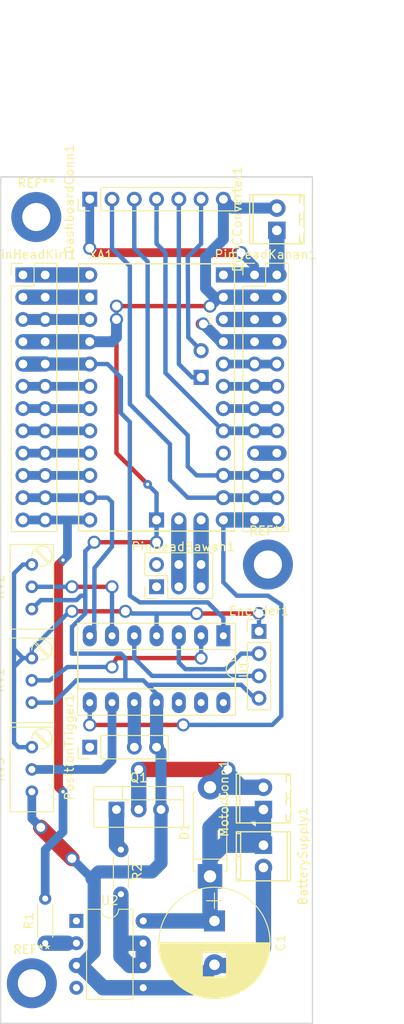
<source format=kicad_pcb>
(kicad_pcb (version 4) (host pcbnew 4.0.7)

  (general
    (links 100)
    (no_connects 17)
    (area 132.004999 64.948999 167.715001 161.619001)
    (thickness 1.6)
    (drawings 25)
    (tracks 306)
    (zones 0)
    (modules 23)
    (nets 43)
  )

  (page A4)
  (title_block
    (title "Gowin Controller")
    (company "UASC Manufacturing X Gowin")
    (comment 1 "Designed By Muhammad Zharfan Wiranata")
  )

  (layers
    (0 F.Cu signal hide)
    (1 In1.Cu signal)
    (2 In2.Cu signal)
    (31 B.Cu signal hide)
    (32 B.Adhes user)
    (33 F.Adhes user)
    (34 B.Paste user hide)
    (35 F.Paste user)
    (36 B.SilkS user hide)
    (37 F.SilkS user hide)
    (38 B.Mask user hide)
    (39 F.Mask user)
    (40 Dwgs.User user)
    (41 Cmts.User user)
    (42 Eco1.User user)
    (43 Eco2.User user)
    (44 Edge.Cuts user)
    (45 Margin user)
    (46 B.CrtYd user hide)
    (47 F.CrtYd user)
    (48 B.Fab user hide)
    (49 F.Fab user hide)
  )

  (setup
    (last_trace_width 0.25)
    (user_trace_width 0.25)
    (user_trace_width 0.5)
    (user_trace_width 1)
    (user_trace_width 1.25)
    (user_trace_width 1.5)
    (user_trace_width 1.75)
    (trace_clearance 0.2)
    (zone_clearance 0.508)
    (zone_45_only yes)
    (trace_min 0.2)
    (segment_width 0.2)
    (edge_width 0.15)
    (via_size 0.6)
    (via_drill 0.4)
    (via_min_size 0.4)
    (via_min_drill 0.3)
    (user_via 1.5 1)
    (blind_buried_vias_allowed yes)
    (uvia_size 0.3)
    (uvia_drill 0.1)
    (uvias_allowed yes)
    (uvia_min_size 0.2)
    (uvia_min_drill 0.1)
    (pcb_text_width 0.3)
    (pcb_text_size 1.5 1.5)
    (mod_edge_width 0.15)
    (mod_text_size 1 1)
    (mod_text_width 0.15)
    (pad_size 1.7272 1.7272)
    (pad_drill 1.016)
    (pad_to_mask_clearance 0.2)
    (aux_axis_origin 0 0)
    (visible_elements 7FFCFFF7)
    (pcbplotparams
      (layerselection 0x00030_80000001)
      (usegerberextensions false)
      (excludeedgelayer true)
      (linewidth 0.100000)
      (plotframeref false)
      (viasonmask false)
      (mode 1)
      (useauxorigin false)
      (hpglpennumber 1)
      (hpglpenspeed 20)
      (hpglpendiameter 15)
      (hpglpenoverlay 2)
      (psnegative false)
      (psa4output false)
      (plotreference true)
      (plotvalue true)
      (plotinvisibletext false)
      (padsonsilk false)
      (subtractmaskfromsilk false)
      (outputformat 1)
      (mirror false)
      (drillshape 1)
      (scaleselection 1)
      (outputdirectory "PCB Manufacturing File/"))
  )

  (net 0 "")
  (net 1 +BATT)
  (net 2 /Controller/MOTOR-)
  (net 3 +VDC)
  (net 4 /Controller/Button_User_1_IN)
  (net 5 /Controller/Button_User_2_IN)
  (net 6 /Controller/Button_User_3_IN)
  (net 7 /Controller/LCD_SDA)
  (net 8 /Controller/LCD_SCL)
  (net 9 +5V)
  (net 10 /Controller/Encoder_Tick)
  (net 11 /Controller/Encoder_Dir)
  (net 12 /Controller/PositionTrigger_5V)
  (net 13 /Controller/PositionTrigger)
  (net 14 "Net-(R1-Pad1)")
  (net 15 /Controller/MotorPWM_OUT)
  (net 16 "Net-(Q1-Pad1)")
  (net 17 "Net-(R2-Pad2)")
  (net 18 "Net-(RV1-Pad2)")
  (net 19 "Net-(RV2-Pad2)")
  (net 20 "Net-(RV3-Pad2)")
  (net 21 /Controller/ENCODER_IN_Tick)
  (net 22 /Controller/PositionTrigger_IN)
  (net 23 /Controller/ENCODER_IN_Dir)
  (net 24 "Net-(U2-Pad1)")
  (net 25 "Net-(U2-Pad4)")
  (net 26 /Controller/A1)
  (net 27 /Controller/A2)
  (net 28 /Controller/A3)
  (net 29 /Controller/A6)
  (net 30 /Controller/A7)
  (net 31 /Controller/D3)
  (net 32 /Controller/D4)
  (net 33 /Controller/D5)
  (net 34 /Controller/D6)
  (net 35 /Controller/D7)
  (net 36 "Net-(PinHeadBawah1-Pad1)")
  (net 37 "Net-(PinHeadBawah1-Pad2)")
  (net 38 "Net-(PinHeadKanan1-Pad17)")
  (net 39 GND)
  (net 40 /Controller/Reset)
  (net 41 /Controller/TXO)
  (net 42 /Controller/RXI)

  (net_class Default "This is the default net class."
    (clearance 0.2)
    (trace_width 0.25)
    (via_dia 0.6)
    (via_drill 0.4)
    (uvia_dia 0.3)
    (uvia_drill 0.1)
    (add_net /Controller/RXI)
    (add_net /Controller/Reset)
    (add_net /Controller/TXO)
    (add_net GND)
    (add_net "Net-(PinHeadBawah1-Pad1)")
    (add_net "Net-(PinHeadBawah1-Pad2)")
    (add_net "Net-(PinHeadKanan1-Pad17)")
  )

  (net_class "PEJ Min" ""
    (clearance 0.2)
    (trace_width 0.45)
    (via_dia 1.5)
    (via_drill 1)
    (uvia_dia 0.3)
    (uvia_drill 0.1)
    (add_net +5V)
    (add_net +BATT)
    (add_net +VDC)
    (add_net /Controller/A1)
    (add_net /Controller/A2)
    (add_net /Controller/A3)
    (add_net /Controller/A6)
    (add_net /Controller/A7)
    (add_net /Controller/Button_User_1_IN)
    (add_net /Controller/Button_User_2_IN)
    (add_net /Controller/Button_User_3_IN)
    (add_net /Controller/D3)
    (add_net /Controller/D4)
    (add_net /Controller/D5)
    (add_net /Controller/D6)
    (add_net /Controller/D7)
    (add_net /Controller/ENCODER_IN_Dir)
    (add_net /Controller/ENCODER_IN_Tick)
    (add_net /Controller/Encoder_Dir)
    (add_net /Controller/Encoder_Tick)
    (add_net /Controller/LCD_SCL)
    (add_net /Controller/LCD_SDA)
    (add_net /Controller/MOTOR-)
    (add_net /Controller/MotorPWM_OUT)
    (add_net /Controller/PositionTrigger)
    (add_net /Controller/PositionTrigger_5V)
    (add_net /Controller/PositionTrigger_IN)
    (add_net "Net-(Q1-Pad1)")
    (add_net "Net-(R1-Pad1)")
    (add_net "Net-(R2-Pad2)")
    (add_net "Net-(RV1-Pad2)")
    (add_net "Net-(RV2-Pad2)")
    (add_net "Net-(RV3-Pad2)")
    (add_net "Net-(U2-Pad1)")
    (add_net "Net-(U2-Pad4)")
  )

  (module Arduino:Arduino_Mini_Socket (layer F.Cu) (tedit 5D942F09) (tstamp 5D92EAC0)
    (at 140.97 105.41)
    (descr https://store.arduino.cc/arduino-mini-05)
    (path /5D918BCA/5D918FA8)
    (fp_text reference XA1 (at 2.54 -31.496) (layer F.SilkS)
      (effects (font (size 1 1) (thickness 0.15)))
    )
    (fp_text value Arduino_Mini_01_Socket (at 8.89 -15.24 90) (layer F.Fab)
      (effects (font (size 1 1) (thickness 0.15)))
    )
    (fp_line (start -0.254 0.254) (end -0.254 -30.734) (layer F.CrtYd) (width 0.15))
    (fp_line (start -0.254 -30.734) (end 18.034 -30.734) (layer F.CrtYd) (width 0.15))
    (fp_line (start 18.034 -30.734) (end 18.034 0.254) (layer F.CrtYd) (width 0.15))
    (fp_line (start 18.034 0.254) (end -0.254 0.254) (layer F.CrtYd) (width 0.15))
    (fp_text user RST (at 14.986 -24.13 90) (layer F.SilkS)
      (effects (font (size 0.5 0.5) (thickness 0.075)))
    )
    (fp_line (start 0 0) (end 0 -30.48) (layer F.SilkS) (width 0.15))
    (fp_line (start 0 -30.48) (end 17.78 -30.48) (layer F.SilkS) (width 0.15))
    (fp_line (start 17.78 -30.48) (end 17.78 0) (layer F.SilkS) (width 0.15))
    (fp_line (start 17.78 0) (end 0 0) (layer F.SilkS) (width 0.15))
    (pad RST2 thru_hole circle (at 1.27 -24.13) (size 1.7272 1.7272) (drill 1.016) (layers *.Cu *.Mask)
      (net 40 /Controller/Reset))
    (pad D11 thru_hole circle (at 16.51 -3.81) (size 1.7272 1.7272) (drill 1.016) (layers *.Cu *.Mask)
      (net 4 /Controller/Button_User_1_IN))
    (pad D12 thru_hole circle (at 16.51 -6.35) (size 1.7272 1.7272) (drill 1.016) (layers *.Cu *.Mask)
      (net 5 /Controller/Button_User_2_IN))
    (pad D13 thru_hole circle (at 16.51 -8.89) (size 1.7272 1.7272) (drill 1.016) (layers *.Cu *.Mask)
      (net 6 /Controller/Button_User_3_IN))
    (pad A0 thru_hole circle (at 16.51 -11.43) (size 1.7272 1.7272) (drill 1.016) (layers *.Cu *.Mask)
      (net 6 /Controller/Button_User_3_IN))
    (pad A1 thru_hole circle (at 16.51 -13.97) (size 1.7272 1.7272) (drill 1.016) (layers *.Cu *.Mask)
      (net 26 /Controller/A1))
    (pad A2 thru_hole circle (at 16.51 -16.51) (size 1.7272 1.7272) (drill 1.016) (layers *.Cu *.Mask)
      (net 27 /Controller/A2))
    (pad A3 thru_hole circle (at 16.51 -19.05) (size 1.7272 1.7272) (drill 1.016) (layers *.Cu *.Mask)
      (net 28 /Controller/A3))
    (pad 5V1 thru_hole circle (at 16.51 -21.59) (size 1.7272 1.7272) (drill 1.016) (layers *.Cu *.Mask)
      (net 9 +5V))
    (pad RST2 thru_hole circle (at 16.51 -24.13) (size 1.7272 1.7272) (drill 1.016) (layers *.Cu *.Mask)
      (net 40 /Controller/Reset))
    (pad GND2 thru_hole circle (at 16.51 -26.67) (size 1.7272 1.7272) (drill 1.016) (layers *.Cu *.Mask)
      (net 39 GND))
    (pad VIN thru_hole rect (at 16.51 -29.21) (size 1.7272 1.7272) (drill 1.016) (layers *.Cu *.Mask)
      (net 3 +VDC))
    (pad D10 thru_hole circle (at 16.51 -1.27) (size 1.7272 1.7272) (drill 1.016) (layers *.Cu *.Mask)
      (net 22 /Controller/PositionTrigger_IN))
    (pad GND4 thru_hole rect (at 8.89 -1.27) (size 1.7272 1.7272) (drill 1.016) (layers *.Cu *.Mask)
      (net 39 GND))
    (pad A6 thru_hole circle (at 11.43 -1.27) (size 1.7272 1.7272) (drill 1.016) (layers *.Cu *.Mask)
      (net 29 /Controller/A6))
    (pad A7 thru_hole circle (at 13.97 -1.27) (size 1.7272 1.7272) (drill 1.016) (layers *.Cu *.Mask)
      (net 30 /Controller/A7))
    (pad A5 thru_hole circle (at 13.97 -20.574) (size 1.7272 1.7272) (drill 1.016) (layers *.Cu *.Mask)
      (net 8 /Controller/LCD_SCL))
    (pad D1 thru_hole rect (at 1.27 -26.67) (size 1.7272 1.7272) (drill 1.016) (layers *.Cu *.Mask)
      (net 42 /Controller/RXI))
    (pad D0 thru_hole circle (at 1.27 -29.21) (size 1.7272 1.7272) (drill 1.016) (layers *.Cu *.Mask)
      (net 41 /Controller/TXO))
    (pad L0 thru_hole circle (at 1.27 -21.59) (size 1.7272 1.7272) (drill 1.016) (layers *.Cu *.Mask)
      (net 39 GND))
    (pad D2 thru_hole circle (at 1.27 -19.05) (size 1.7272 1.7272) (drill 1.016) (layers *.Cu *.Mask)
      (net 21 /Controller/ENCODER_IN_Tick))
    (pad D3 thru_hole circle (at 1.27 -16.51) (size 1.7272 1.7272) (drill 1.016) (layers *.Cu *.Mask)
      (net 31 /Controller/D3))
    (pad D4 thru_hole circle (at 1.27 -13.97) (size 1.7272 1.7272) (drill 1.016) (layers *.Cu *.Mask)
      (net 32 /Controller/D4))
    (pad D5 thru_hole circle (at 1.27 -11.43) (size 1.7272 1.7272) (drill 1.016) (layers *.Cu *.Mask)
      (net 33 /Controller/D5))
    (pad D6 thru_hole circle (at 1.27 -8.89) (size 1.7272 1.7272) (drill 1.016) (layers *.Cu *.Mask)
      (net 34 /Controller/D6))
    (pad D7 thru_hole circle (at 1.27 -6.35) (size 1.7272 1.7272) (drill 1.016) (layers *.Cu *.Mask)
      (net 35 /Controller/D7))
    (pad D8 thru_hole circle (at 1.27 -3.81) (size 1.7272 1.7272) (drill 1.016) (layers *.Cu *.Mask)
      (net 23 /Controller/ENCODER_IN_Dir))
    (pad A4 thru_hole rect (at 13.97 -17.526) (size 1.7272 1.7272) (drill 1.016) (layers *.Cu *.Mask)
      (net 7 /Controller/LCD_SDA))
    (pad D9 thru_hole circle (at 1.27 -1.27) (size 1.7272 1.7272) (drill 1.016) (layers *.Cu *.Mask)
      (net 15 /Controller/MotorPWM_OUT))
  )

  (module Housings_DIP:DIP-8_W7.62mm (layer F.Cu) (tedit 59C78D6B) (tstamp 5D92EA99)
    (at 140.716 149.86)
    (descr "8-lead though-hole mounted DIP package, row spacing 7.62 mm (300 mils)")
    (tags "THT DIP DIL PDIP 2.54mm 7.62mm 300mil")
    (path /5D918BCA/5D920C95)
    (fp_text reference U2 (at 3.81 -2.33) (layer F.SilkS)
      (effects (font (size 1 1) (thickness 0.15)))
    )
    (fp_text value HCPL3120 (at 3.81 9.95) (layer F.Fab)
      (effects (font (size 1 1) (thickness 0.15)))
    )
    (fp_arc (start 3.81 -1.33) (end 2.81 -1.33) (angle -180) (layer F.SilkS) (width 0.12))
    (fp_line (start 1.635 -1.27) (end 6.985 -1.27) (layer F.Fab) (width 0.1))
    (fp_line (start 6.985 -1.27) (end 6.985 8.89) (layer F.Fab) (width 0.1))
    (fp_line (start 6.985 8.89) (end 0.635 8.89) (layer F.Fab) (width 0.1))
    (fp_line (start 0.635 8.89) (end 0.635 -0.27) (layer F.Fab) (width 0.1))
    (fp_line (start 0.635 -0.27) (end 1.635 -1.27) (layer F.Fab) (width 0.1))
    (fp_line (start 2.81 -1.33) (end 1.16 -1.33) (layer F.SilkS) (width 0.12))
    (fp_line (start 1.16 -1.33) (end 1.16 8.95) (layer F.SilkS) (width 0.12))
    (fp_line (start 1.16 8.95) (end 6.46 8.95) (layer F.SilkS) (width 0.12))
    (fp_line (start 6.46 8.95) (end 6.46 -1.33) (layer F.SilkS) (width 0.12))
    (fp_line (start 6.46 -1.33) (end 4.81 -1.33) (layer F.SilkS) (width 0.12))
    (fp_line (start -1.1 -1.55) (end -1.1 9.15) (layer F.CrtYd) (width 0.05))
    (fp_line (start -1.1 9.15) (end 8.7 9.15) (layer F.CrtYd) (width 0.05))
    (fp_line (start 8.7 9.15) (end 8.7 -1.55) (layer F.CrtYd) (width 0.05))
    (fp_line (start 8.7 -1.55) (end -1.1 -1.55) (layer F.CrtYd) (width 0.05))
    (fp_text user %R (at 3.81 3.81) (layer F.Fab)
      (effects (font (size 1 1) (thickness 0.15)))
    )
    (pad 1 thru_hole rect (at 0 0) (size 1.6 1.6) (drill 0.8) (layers *.Cu *.Mask)
      (net 24 "Net-(U2-Pad1)"))
    (pad 5 thru_hole oval (at 7.62 7.62) (size 1.6 1.6) (drill 0.8) (layers *.Cu *.Mask)
      (net 39 GND))
    (pad 2 thru_hole oval (at 0 2.54) (size 1.6 1.6) (drill 0.8) (layers *.Cu *.Mask)
      (net 14 "Net-(R1-Pad1)"))
    (pad 6 thru_hole oval (at 7.62 5.08) (size 1.6 1.6) (drill 0.8) (layers *.Cu *.Mask)
      (net 17 "Net-(R2-Pad2)"))
    (pad 3 thru_hole oval (at 0 5.08) (size 1.6 1.6) (drill 0.8) (layers *.Cu *.Mask)
      (net 39 GND))
    (pad 7 thru_hole oval (at 7.62 2.54) (size 1.6 1.6) (drill 0.8) (layers *.Cu *.Mask)
      (net 17 "Net-(R2-Pad2)"))
    (pad 4 thru_hole oval (at 0 7.62) (size 1.6 1.6) (drill 0.8) (layers *.Cu *.Mask)
      (net 25 "Net-(U2-Pad4)"))
    (pad 8 thru_hole oval (at 7.62 0) (size 1.6 1.6) (drill 0.8) (layers *.Cu *.Mask)
      (net 1 +BATT))
    (model ${KISYS3DMOD}/Housings_DIP.3dshapes/DIP-8_W7.62mm.wrl
      (at (xyz 0 0 0))
      (scale (xyz 1 1 1))
      (rotate (xyz 0 0 0))
    )
  )

  (module Diodes_THT:D_5W_P10.16mm_Horizontal (layer F.Cu) (tedit 5921392E) (tstamp 5D92EA2D)
    (at 155.956 144.78 90)
    (descr "D, 5W series, Axial, Horizontal, pin pitch=10.16mm, , length*diameter=8.9*3.7mm^2, , http://www.diodes.com/_files/packages/8686949.gif")
    (tags "D 5W series Axial Horizontal pin pitch 10.16mm  length 8.9mm diameter 3.7mm")
    (path /5D918BCA/5D92191A)
    (fp_text reference D1 (at 5.08 -2.91 90) (layer F.SilkS)
      (effects (font (size 1 1) (thickness 0.15)))
    )
    (fp_text value D (at 5.08 2.91 90) (layer F.Fab)
      (effects (font (size 1 1) (thickness 0.15)))
    )
    (fp_text user %R (at 5.08 0 90) (layer F.Fab)
      (effects (font (size 1 1) (thickness 0.15)))
    )
    (fp_line (start 0.63 -1.85) (end 0.63 1.85) (layer F.Fab) (width 0.1))
    (fp_line (start 0.63 1.85) (end 9.53 1.85) (layer F.Fab) (width 0.1))
    (fp_line (start 9.53 1.85) (end 9.53 -1.85) (layer F.Fab) (width 0.1))
    (fp_line (start 9.53 -1.85) (end 0.63 -1.85) (layer F.Fab) (width 0.1))
    (fp_line (start 0 0) (end 0.63 0) (layer F.Fab) (width 0.1))
    (fp_line (start 10.16 0) (end 9.53 0) (layer F.Fab) (width 0.1))
    (fp_line (start 1.965 -1.85) (end 1.965 1.85) (layer F.Fab) (width 0.1))
    (fp_line (start 0.57 -1.58) (end 0.57 -1.91) (layer F.SilkS) (width 0.12))
    (fp_line (start 0.57 -1.91) (end 9.59 -1.91) (layer F.SilkS) (width 0.12))
    (fp_line (start 9.59 -1.91) (end 9.59 -1.58) (layer F.SilkS) (width 0.12))
    (fp_line (start 0.57 1.58) (end 0.57 1.91) (layer F.SilkS) (width 0.12))
    (fp_line (start 0.57 1.91) (end 9.59 1.91) (layer F.SilkS) (width 0.12))
    (fp_line (start 9.59 1.91) (end 9.59 1.58) (layer F.SilkS) (width 0.12))
    (fp_line (start 1.965 -1.91) (end 1.965 1.91) (layer F.SilkS) (width 0.12))
    (fp_line (start -1.65 -2.2) (end -1.65 2.2) (layer F.CrtYd) (width 0.05))
    (fp_line (start -1.65 2.2) (end 11.85 2.2) (layer F.CrtYd) (width 0.05))
    (fp_line (start 11.85 2.2) (end 11.85 -2.2) (layer F.CrtYd) (width 0.05))
    (fp_line (start 11.85 -2.2) (end -1.65 -2.2) (layer F.CrtYd) (width 0.05))
    (pad 1 thru_hole rect (at 0 0 90) (size 2.8 2.8) (drill 1.4) (layers *.Cu *.Mask)
      (net 1 +BATT))
    (pad 2 thru_hole oval (at 10.16 0 90) (size 2.8 2.8) (drill 1.4) (layers *.Cu *.Mask)
      (net 2 /Controller/MOTOR-))
    (model ${KISYS3DMOD}/Diodes_THT.3dshapes/D_5W_P10.16mm_Horizontal.wrl
      (at (xyz 0 0 0))
      (scale (xyz 0.393701 0.393701 0.393701))
      (rotate (xyz 0 0 0))
    )
  )

  (module Pin_Headers:Pin_Header_Straight_1x07_Pitch2.54mm (layer F.Cu) (tedit 5D92FD14) (tstamp 5D92EA38)
    (at 142.24 67.564 90)
    (descr "Through hole straight pin header, 1x07, 2.54mm pitch, single row")
    (tags "Through hole pin header THT 1x07 2.54mm single row")
    (path /5D918BCA/5D918FB8)
    (fp_text reference DashboardConn1 (at 0 -2.33 90) (layer F.SilkS)
      (effects (font (size 1 1) (thickness 0.15)))
    )
    (fp_text value XH2.54_7p (at 0 17.57 90) (layer F.Fab) hide
      (effects (font (size 1 1) (thickness 0.15)))
    )
    (fp_line (start -0.635 -1.27) (end 1.27 -1.27) (layer F.Fab) (width 0.1))
    (fp_line (start 1.27 -1.27) (end 1.27 16.51) (layer F.Fab) (width 0.1))
    (fp_line (start 1.27 16.51) (end -1.27 16.51) (layer F.Fab) (width 0.1))
    (fp_line (start -1.27 16.51) (end -1.27 -0.635) (layer F.Fab) (width 0.1))
    (fp_line (start -1.27 -0.635) (end -0.635 -1.27) (layer F.Fab) (width 0.1))
    (fp_line (start -1.33 16.57) (end 1.33 16.57) (layer F.SilkS) (width 0.12))
    (fp_line (start -1.33 1.27) (end -1.33 16.57) (layer F.SilkS) (width 0.12))
    (fp_line (start 1.33 1.27) (end 1.33 16.57) (layer F.SilkS) (width 0.12))
    (fp_line (start -1.33 1.27) (end 1.33 1.27) (layer F.SilkS) (width 0.12))
    (fp_line (start -1.33 0) (end -1.33 -1.33) (layer F.SilkS) (width 0.12))
    (fp_line (start -1.33 -1.33) (end 0 -1.33) (layer F.SilkS) (width 0.12))
    (fp_line (start -1.8 -1.8) (end -1.8 17.05) (layer F.CrtYd) (width 0.05))
    (fp_line (start -1.8 17.05) (end 1.8 17.05) (layer F.CrtYd) (width 0.05))
    (fp_line (start 1.8 17.05) (end 1.8 -1.8) (layer F.CrtYd) (width 0.05))
    (fp_line (start 1.8 -1.8) (end -1.8 -1.8) (layer F.CrtYd) (width 0.05))
    (fp_text user %R (at -3.048 8.636 180) (layer F.Fab)
      (effects (font (size 1 1) (thickness 0.15)))
    )
    (pad 1 thru_hole rect (at 0 0 90) (size 1.7 1.7) (drill 1) (layers *.Cu *.Mask)
      (net 3 +VDC))
    (pad 2 thru_hole oval (at 0 2.54 90) (size 1.7 1.7) (drill 1) (layers *.Cu *.Mask)
      (net 4 /Controller/Button_User_1_IN))
    (pad 3 thru_hole oval (at 0 5.08 90) (size 1.7 1.7) (drill 1) (layers *.Cu *.Mask)
      (net 5 /Controller/Button_User_2_IN))
    (pad 4 thru_hole oval (at 0 7.62 90) (size 1.7 1.7) (drill 1) (layers *.Cu *.Mask)
      (net 6 /Controller/Button_User_3_IN))
    (pad 5 thru_hole oval (at 0 10.16 90) (size 1.7 1.7) (drill 1) (layers *.Cu *.Mask)
      (net 7 /Controller/LCD_SDA))
    (pad 6 thru_hole oval (at 0 12.7 90) (size 1.7 1.7) (drill 1) (layers *.Cu *.Mask)
      (net 8 /Controller/LCD_SCL))
    (pad 7 thru_hole oval (at 0 15.24 90) (size 1.7 1.7) (drill 1) (layers *.Cu *.Mask)
      (net 39 GND))
    (model ${KISYS3DMOD}/Pin_Headers.3dshapes/Pin_Header_Straight_1x07_Pitch2.54mm.wrl
      (at (xyz 0 0 0))
      (scale (xyz 1 1 1))
      (rotate (xyz 0 0 0))
    )
  )

  (module TerminalBlocks_Phoenix:TerminalBlock_Phoenix_MPT-2.54mm_2pol (layer F.Cu) (tedit 59FF0755) (tstamp 5D92EA5A)
    (at 162.052 137.16 90)
    (descr "2-way 2.54mm pitch terminal block, Phoenix MPT series")
    (path /5D918BCA/5D921D83)
    (fp_text reference MotorConn1 (at 1.27 -4.50088 90) (layer F.SilkS)
      (effects (font (size 1 1) (thickness 0.15)))
    )
    (fp_text value Conn_1x2 (at 1.27 4.50088 90) (layer F.Fab)
      (effects (font (size 1 1) (thickness 0.15)))
    )
    (fp_text user %R (at 1.27 1.045 90) (layer F.Fab)
      (effects (font (size 1 1) (thickness 0.15)))
    )
    (fp_line (start -1.7 -3.3) (end 4.3 -3.3) (layer F.CrtYd) (width 0.05))
    (fp_line (start -1.7 3.3) (end -1.7 -3.3) (layer F.CrtYd) (width 0.05))
    (fp_line (start 4.3 3.3) (end -1.7 3.3) (layer F.CrtYd) (width 0.05))
    (fp_line (start 4.3 -3.3) (end 4.3 3.3) (layer F.CrtYd) (width 0.05))
    (fp_line (start 4.06908 2.60096) (end -1.52908 2.60096) (layer F.SilkS) (width 0.15))
    (fp_line (start -1.33096 3.0988) (end -1.33096 2.60096) (layer F.SilkS) (width 0.15))
    (fp_line (start 3.87096 2.60096) (end 3.87096 3.0988) (layer F.SilkS) (width 0.15))
    (fp_line (start 1.27 3.0988) (end 1.27 2.60096) (layer F.SilkS) (width 0.15))
    (fp_line (start -1.52908 -2.70002) (end 4.06908 -2.70002) (layer F.SilkS) (width 0.15))
    (fp_line (start -1.52908 3.0988) (end 4.06908 3.0988) (layer F.SilkS) (width 0.15))
    (fp_line (start 4.06908 3.0988) (end 4.06908 -3.0988) (layer F.SilkS) (width 0.15))
    (fp_line (start 4.06908 -3.0988) (end -1.52908 -3.0988) (layer F.SilkS) (width 0.15))
    (fp_line (start -1.52908 -3.0988) (end -1.52908 3.0988) (layer F.SilkS) (width 0.15))
    (pad 2 thru_hole oval (at 2.54 0 90) (size 1.99898 1.99898) (drill 1.09728) (layers *.Cu *.Mask)
      (net 2 /Controller/MOTOR-))
    (pad 1 thru_hole rect (at 0 0 90) (size 1.99898 1.99898) (drill 1.09728) (layers *.Cu *.Mask)
      (net 1 +BATT))
    (pad "" np_thru_hole circle (at 0 2.54 90) (size 1.1 1.1) (drill 1.1) (layers *.Cu *.Mask))
    (pad "" np_thru_hole circle (at 2.54 2.54 90) (size 1.1 1.1) (drill 1.1) (layers *.Cu *.Mask))
    (model ${KISYS3DMOD}/TerminalBlock_Phoenix.3dshapes/TerminalBlock_Phoenix_MPT-2.54mm_2pol.wrl
      (at (xyz 0.05 0 0))
      (scale (xyz 1 1 1))
      (rotate (xyz 0 0 0))
    )
  )

  (module Resistors_THT:R_Axial_DIN0204_L3.6mm_D1.6mm_P5.08mm_Horizontal (layer F.Cu) (tedit 5874F706) (tstamp 5D92EA60)
    (at 137.16 152.4 90)
    (descr "Resistor, Axial_DIN0204 series, Axial, Horizontal, pin pitch=5.08mm, 0.16666666666666666W = 1/6W, length*diameter=3.6*1.6mm^2, http://cdn-reichelt.de/documents/datenblatt/B400/1_4W%23YAG.pdf")
    (tags "Resistor Axial_DIN0204 series Axial Horizontal pin pitch 5.08mm 0.16666666666666666W = 1/6W length 3.6mm diameter 1.6mm")
    (path /5D918BCA/5D92424D)
    (fp_text reference R1 (at 2.54 -1.86 90) (layer F.SilkS)
      (effects (font (size 1 1) (thickness 0.15)))
    )
    (fp_text value R (at 2.54 1.86 90) (layer F.Fab)
      (effects (font (size 1 1) (thickness 0.15)))
    )
    (fp_line (start 0.74 -0.8) (end 0.74 0.8) (layer F.Fab) (width 0.1))
    (fp_line (start 0.74 0.8) (end 4.34 0.8) (layer F.Fab) (width 0.1))
    (fp_line (start 4.34 0.8) (end 4.34 -0.8) (layer F.Fab) (width 0.1))
    (fp_line (start 4.34 -0.8) (end 0.74 -0.8) (layer F.Fab) (width 0.1))
    (fp_line (start 0 0) (end 0.74 0) (layer F.Fab) (width 0.1))
    (fp_line (start 5.08 0) (end 4.34 0) (layer F.Fab) (width 0.1))
    (fp_line (start 0.68 -0.86) (end 4.4 -0.86) (layer F.SilkS) (width 0.12))
    (fp_line (start 0.68 0.86) (end 4.4 0.86) (layer F.SilkS) (width 0.12))
    (fp_line (start -0.95 -1.15) (end -0.95 1.15) (layer F.CrtYd) (width 0.05))
    (fp_line (start -0.95 1.15) (end 6.05 1.15) (layer F.CrtYd) (width 0.05))
    (fp_line (start 6.05 1.15) (end 6.05 -1.15) (layer F.CrtYd) (width 0.05))
    (fp_line (start 6.05 -1.15) (end -0.95 -1.15) (layer F.CrtYd) (width 0.05))
    (pad 1 thru_hole circle (at 0 0 90) (size 1.4 1.4) (drill 0.7) (layers *.Cu *.Mask)
      (net 14 "Net-(R1-Pad1)"))
    (pad 2 thru_hole oval (at 5.08 0 90) (size 1.4 1.4) (drill 0.7) (layers *.Cu *.Mask)
      (net 15 /Controller/MotorPWM_OUT))
    (model ${KISYS3DMOD}/Resistors_THT.3dshapes/R_Axial_DIN0204_L3.6mm_D1.6mm_P5.08mm_Horizontal.wrl
      (at (xyz 0 0 0))
      (scale (xyz 0.393701 0.393701 0.393701))
      (rotate (xyz 0 0 0))
    )
  )

  (module Resistors_THT:R_Axial_DIN0204_L3.6mm_D1.6mm_P5.08mm_Horizontal (layer F.Cu) (tedit 5874F706) (tstamp 5D92EA66)
    (at 145.796 141.732 270)
    (descr "Resistor, Axial_DIN0204 series, Axial, Horizontal, pin pitch=5.08mm, 0.16666666666666666W = 1/6W, length*diameter=3.6*1.6mm^2, http://cdn-reichelt.de/documents/datenblatt/B400/1_4W%23YAG.pdf")
    (tags "Resistor Axial_DIN0204 series Axial Horizontal pin pitch 5.08mm 0.16666666666666666W = 1/6W length 3.6mm diameter 1.6mm")
    (path /5D918BCA/5D9226FE)
    (fp_text reference R2 (at 2.54 -1.86 270) (layer F.SilkS)
      (effects (font (size 1 1) (thickness 0.15)))
    )
    (fp_text value R (at 2.54 1.86 270) (layer F.Fab)
      (effects (font (size 1 1) (thickness 0.15)))
    )
    (fp_line (start 0.74 -0.8) (end 0.74 0.8) (layer F.Fab) (width 0.1))
    (fp_line (start 0.74 0.8) (end 4.34 0.8) (layer F.Fab) (width 0.1))
    (fp_line (start 4.34 0.8) (end 4.34 -0.8) (layer F.Fab) (width 0.1))
    (fp_line (start 4.34 -0.8) (end 0.74 -0.8) (layer F.Fab) (width 0.1))
    (fp_line (start 0 0) (end 0.74 0) (layer F.Fab) (width 0.1))
    (fp_line (start 5.08 0) (end 4.34 0) (layer F.Fab) (width 0.1))
    (fp_line (start 0.68 -0.86) (end 4.4 -0.86) (layer F.SilkS) (width 0.12))
    (fp_line (start 0.68 0.86) (end 4.4 0.86) (layer F.SilkS) (width 0.12))
    (fp_line (start -0.95 -1.15) (end -0.95 1.15) (layer F.CrtYd) (width 0.05))
    (fp_line (start -0.95 1.15) (end 6.05 1.15) (layer F.CrtYd) (width 0.05))
    (fp_line (start 6.05 1.15) (end 6.05 -1.15) (layer F.CrtYd) (width 0.05))
    (fp_line (start 6.05 -1.15) (end -0.95 -1.15) (layer F.CrtYd) (width 0.05))
    (pad 1 thru_hole circle (at 0 0 270) (size 1.4 1.4) (drill 0.7) (layers *.Cu *.Mask)
      (net 16 "Net-(Q1-Pad1)"))
    (pad 2 thru_hole oval (at 5.08 0 270) (size 1.4 1.4) (drill 0.7) (layers *.Cu *.Mask)
      (net 17 "Net-(R2-Pad2)"))
    (model ${KISYS3DMOD}/Resistors_THT.3dshapes/R_Axial_DIN0204_L3.6mm_D1.6mm_P5.08mm_Horizontal.wrl
      (at (xyz 0 0 0))
      (scale (xyz 0.393701 0.393701 0.393701))
      (rotate (xyz 0 0 0))
    )
  )

  (module Potentiometers:Potentiometer_Trimmer_Bourns_3296W (layer F.Cu) (tedit 58826ECB) (tstamp 5D92EA6D)
    (at 135.636 119.888 90)
    (descr "Spindle Trimmer Potentiometer, Bourns 3296W, https://www.bourns.com/pdfs/3296.pdf")
    (tags "Spindle Trimmer Potentiometer   Bourns 3296W")
    (path /5D918BCA/5D918FA1)
    (fp_text reference RV1 (at -2.54 -3.66 90) (layer F.SilkS)
      (effects (font (size 1 1) (thickness 0.15)))
    )
    (fp_text value POT_TRIM (at -2.54 3.67 90) (layer F.Fab)
      (effects (font (size 1 1) (thickness 0.15)))
    )
    (fp_arc (start 0.955 1.15) (end 0.955 2.305) (angle -182) (layer F.SilkS) (width 0.12))
    (fp_arc (start 0.955 1.15) (end -0.174 0.91) (angle -103) (layer F.SilkS) (width 0.12))
    (fp_circle (center 0.955 1.15) (end 2.05 1.15) (layer F.Fab) (width 0.1))
    (fp_line (start -7.305 -2.41) (end -7.305 2.42) (layer F.Fab) (width 0.1))
    (fp_line (start -7.305 2.42) (end 2.225 2.42) (layer F.Fab) (width 0.1))
    (fp_line (start 2.225 2.42) (end 2.225 -2.41) (layer F.Fab) (width 0.1))
    (fp_line (start 2.225 -2.41) (end -7.305 -2.41) (layer F.Fab) (width 0.1))
    (fp_line (start 1.786 0.454) (end 0.259 1.981) (layer F.Fab) (width 0.1))
    (fp_line (start 1.652 0.32) (end 0.125 1.847) (layer F.Fab) (width 0.1))
    (fp_line (start -7.365 -2.47) (end 2.285 -2.47) (layer F.SilkS) (width 0.12))
    (fp_line (start -7.365 2.481) (end 2.285 2.481) (layer F.SilkS) (width 0.12))
    (fp_line (start -7.365 -2.47) (end -7.365 2.481) (layer F.SilkS) (width 0.12))
    (fp_line (start 2.285 -2.47) (end 2.285 2.481) (layer F.SilkS) (width 0.12))
    (fp_line (start 1.831 0.416) (end 0.22 2.026) (layer F.SilkS) (width 0.12))
    (fp_line (start 1.691 0.275) (end 0.079 1.885) (layer F.SilkS) (width 0.12))
    (fp_line (start -7.6 -2.7) (end -7.6 2.7) (layer F.CrtYd) (width 0.05))
    (fp_line (start -7.6 2.7) (end 2.5 2.7) (layer F.CrtYd) (width 0.05))
    (fp_line (start 2.5 2.7) (end 2.5 -2.7) (layer F.CrtYd) (width 0.05))
    (fp_line (start 2.5 -2.7) (end -7.6 -2.7) (layer F.CrtYd) (width 0.05))
    (pad 1 thru_hole circle (at 0 0 90) (size 1.44 1.44) (drill 0.8) (layers *.Cu *.Mask)
      (net 9 +5V))
    (pad 2 thru_hole circle (at -2.54 0 90) (size 1.44 1.44) (drill 0.8) (layers *.Cu *.Mask)
      (net 18 "Net-(RV1-Pad2)"))
    (pad 3 thru_hole circle (at -5.08 0 90) (size 1.44 1.44) (drill 0.8) (layers *.Cu *.Mask)
      (net 39 GND))
    (model Potentiometers.3dshapes/Potentiometer_Trimmer_Bourns_3296W.wrl
      (at (xyz 0 0 0))
      (scale (xyz 1 1 1))
      (rotate (xyz 0 0 -90))
    )
  )

  (module Potentiometers:Potentiometer_Trimmer_Bourns_3296W (layer F.Cu) (tedit 58826ECB) (tstamp 5D92EA74)
    (at 135.636 109.22 90)
    (descr "Spindle Trimmer Potentiometer, Bourns 3296W, https://www.bourns.com/pdfs/3296.pdf")
    (tags "Spindle Trimmer Potentiometer   Bourns 3296W")
    (path /5D918BCA/5D918F95)
    (fp_text reference RV2 (at -2.54 -3.66 90) (layer F.SilkS)
      (effects (font (size 1 1) (thickness 0.15)))
    )
    (fp_text value POT_TRIM (at -2.54 3.67 90) (layer F.Fab)
      (effects (font (size 1 1) (thickness 0.15)))
    )
    (fp_arc (start 0.955 1.15) (end 0.955 2.305) (angle -182) (layer F.SilkS) (width 0.12))
    (fp_arc (start 0.955 1.15) (end -0.174 0.91) (angle -103) (layer F.SilkS) (width 0.12))
    (fp_circle (center 0.955 1.15) (end 2.05 1.15) (layer F.Fab) (width 0.1))
    (fp_line (start -7.305 -2.41) (end -7.305 2.42) (layer F.Fab) (width 0.1))
    (fp_line (start -7.305 2.42) (end 2.225 2.42) (layer F.Fab) (width 0.1))
    (fp_line (start 2.225 2.42) (end 2.225 -2.41) (layer F.Fab) (width 0.1))
    (fp_line (start 2.225 -2.41) (end -7.305 -2.41) (layer F.Fab) (width 0.1))
    (fp_line (start 1.786 0.454) (end 0.259 1.981) (layer F.Fab) (width 0.1))
    (fp_line (start 1.652 0.32) (end 0.125 1.847) (layer F.Fab) (width 0.1))
    (fp_line (start -7.365 -2.47) (end 2.285 -2.47) (layer F.SilkS) (width 0.12))
    (fp_line (start -7.365 2.481) (end 2.285 2.481) (layer F.SilkS) (width 0.12))
    (fp_line (start -7.365 -2.47) (end -7.365 2.481) (layer F.SilkS) (width 0.12))
    (fp_line (start 2.285 -2.47) (end 2.285 2.481) (layer F.SilkS) (width 0.12))
    (fp_line (start 1.831 0.416) (end 0.22 2.026) (layer F.SilkS) (width 0.12))
    (fp_line (start 1.691 0.275) (end 0.079 1.885) (layer F.SilkS) (width 0.12))
    (fp_line (start -7.6 -2.7) (end -7.6 2.7) (layer F.CrtYd) (width 0.05))
    (fp_line (start -7.6 2.7) (end 2.5 2.7) (layer F.CrtYd) (width 0.05))
    (fp_line (start 2.5 2.7) (end 2.5 -2.7) (layer F.CrtYd) (width 0.05))
    (fp_line (start 2.5 -2.7) (end -7.6 -2.7) (layer F.CrtYd) (width 0.05))
    (pad 1 thru_hole circle (at 0 0 90) (size 1.44 1.44) (drill 0.8) (layers *.Cu *.Mask)
      (net 9 +5V))
    (pad 2 thru_hole circle (at -2.54 0 90) (size 1.44 1.44) (drill 0.8) (layers *.Cu *.Mask)
      (net 19 "Net-(RV2-Pad2)"))
    (pad 3 thru_hole circle (at -5.08 0 90) (size 1.44 1.44) (drill 0.8) (layers *.Cu *.Mask)
      (net 39 GND))
    (model Potentiometers.3dshapes/Potentiometer_Trimmer_Bourns_3296W.wrl
      (at (xyz 0 0 0))
      (scale (xyz 1 1 1))
      (rotate (xyz 0 0 -90))
    )
  )

  (module Potentiometers:Potentiometer_Trimmer_Bourns_3296W (layer F.Cu) (tedit 58826ECB) (tstamp 5D92EA7B)
    (at 135.636 130.048 90)
    (descr "Spindle Trimmer Potentiometer, Bourns 3296W, https://www.bourns.com/pdfs/3296.pdf")
    (tags "Spindle Trimmer Potentiometer   Bourns 3296W")
    (path /5D918BCA/5D918F96)
    (fp_text reference RV3 (at -2.54 -3.66 90) (layer F.SilkS)
      (effects (font (size 1 1) (thickness 0.15)))
    )
    (fp_text value POT_TRIM (at -2.54 3.67 90) (layer F.Fab)
      (effects (font (size 1 1) (thickness 0.15)))
    )
    (fp_arc (start 0.955 1.15) (end 0.955 2.305) (angle -182) (layer F.SilkS) (width 0.12))
    (fp_arc (start 0.955 1.15) (end -0.174 0.91) (angle -103) (layer F.SilkS) (width 0.12))
    (fp_circle (center 0.955 1.15) (end 2.05 1.15) (layer F.Fab) (width 0.1))
    (fp_line (start -7.305 -2.41) (end -7.305 2.42) (layer F.Fab) (width 0.1))
    (fp_line (start -7.305 2.42) (end 2.225 2.42) (layer F.Fab) (width 0.1))
    (fp_line (start 2.225 2.42) (end 2.225 -2.41) (layer F.Fab) (width 0.1))
    (fp_line (start 2.225 -2.41) (end -7.305 -2.41) (layer F.Fab) (width 0.1))
    (fp_line (start 1.786 0.454) (end 0.259 1.981) (layer F.Fab) (width 0.1))
    (fp_line (start 1.652 0.32) (end 0.125 1.847) (layer F.Fab) (width 0.1))
    (fp_line (start -7.365 -2.47) (end 2.285 -2.47) (layer F.SilkS) (width 0.12))
    (fp_line (start -7.365 2.481) (end 2.285 2.481) (layer F.SilkS) (width 0.12))
    (fp_line (start -7.365 -2.47) (end -7.365 2.481) (layer F.SilkS) (width 0.12))
    (fp_line (start 2.285 -2.47) (end 2.285 2.481) (layer F.SilkS) (width 0.12))
    (fp_line (start 1.831 0.416) (end 0.22 2.026) (layer F.SilkS) (width 0.12))
    (fp_line (start 1.691 0.275) (end 0.079 1.885) (layer F.SilkS) (width 0.12))
    (fp_line (start -7.6 -2.7) (end -7.6 2.7) (layer F.CrtYd) (width 0.05))
    (fp_line (start -7.6 2.7) (end 2.5 2.7) (layer F.CrtYd) (width 0.05))
    (fp_line (start 2.5 2.7) (end 2.5 -2.7) (layer F.CrtYd) (width 0.05))
    (fp_line (start 2.5 -2.7) (end -7.6 -2.7) (layer F.CrtYd) (width 0.05))
    (pad 1 thru_hole circle (at 0 0 90) (size 1.44 1.44) (drill 0.8) (layers *.Cu *.Mask)
      (net 9 +5V))
    (pad 2 thru_hole circle (at -2.54 0 90) (size 1.44 1.44) (drill 0.8) (layers *.Cu *.Mask)
      (net 20 "Net-(RV3-Pad2)"))
    (pad 3 thru_hole circle (at -5.08 0 90) (size 1.44 1.44) (drill 0.8) (layers *.Cu *.Mask)
      (net 39 GND))
    (model Potentiometers.3dshapes/Potentiometer_Trimmer_Bourns_3296W.wrl
      (at (xyz 0 0 0))
      (scale (xyz 1 1 1))
      (rotate (xyz 0 0 -90))
    )
  )

  (module Housings_DIP:DIP-14_W7.62mm_Socket_LongPads (layer F.Cu) (tedit 59C78D6B) (tstamp 5D92EA8D)
    (at 157.48 117.348 270)
    (descr "14-lead though-hole mounted DIP package, row spacing 7.62 mm (300 mils), Socket, LongPads")
    (tags "THT DIP DIL PDIP 2.54mm 7.62mm 300mil Socket LongPads")
    (path /5D918BCA/5D918F92)
    (fp_text reference U1 (at 3.81 -2.33 270) (layer F.SilkS)
      (effects (font (size 1 1) (thickness 0.15)))
    )
    (fp_text value LM324 (at 3.81 17.57 270) (layer F.Fab)
      (effects (font (size 1 1) (thickness 0.15)))
    )
    (fp_arc (start 3.81 -1.33) (end 2.81 -1.33) (angle -180) (layer F.SilkS) (width 0.12))
    (fp_line (start 1.635 -1.27) (end 6.985 -1.27) (layer F.Fab) (width 0.1))
    (fp_line (start 6.985 -1.27) (end 6.985 16.51) (layer F.Fab) (width 0.1))
    (fp_line (start 6.985 16.51) (end 0.635 16.51) (layer F.Fab) (width 0.1))
    (fp_line (start 0.635 16.51) (end 0.635 -0.27) (layer F.Fab) (width 0.1))
    (fp_line (start 0.635 -0.27) (end 1.635 -1.27) (layer F.Fab) (width 0.1))
    (fp_line (start -1.27 -1.33) (end -1.27 16.57) (layer F.Fab) (width 0.1))
    (fp_line (start -1.27 16.57) (end 8.89 16.57) (layer F.Fab) (width 0.1))
    (fp_line (start 8.89 16.57) (end 8.89 -1.33) (layer F.Fab) (width 0.1))
    (fp_line (start 8.89 -1.33) (end -1.27 -1.33) (layer F.Fab) (width 0.1))
    (fp_line (start 2.81 -1.33) (end 1.56 -1.33) (layer F.SilkS) (width 0.12))
    (fp_line (start 1.56 -1.33) (end 1.56 16.57) (layer F.SilkS) (width 0.12))
    (fp_line (start 1.56 16.57) (end 6.06 16.57) (layer F.SilkS) (width 0.12))
    (fp_line (start 6.06 16.57) (end 6.06 -1.33) (layer F.SilkS) (width 0.12))
    (fp_line (start 6.06 -1.33) (end 4.81 -1.33) (layer F.SilkS) (width 0.12))
    (fp_line (start -1.44 -1.39) (end -1.44 16.63) (layer F.SilkS) (width 0.12))
    (fp_line (start -1.44 16.63) (end 9.06 16.63) (layer F.SilkS) (width 0.12))
    (fp_line (start 9.06 16.63) (end 9.06 -1.39) (layer F.SilkS) (width 0.12))
    (fp_line (start 9.06 -1.39) (end -1.44 -1.39) (layer F.SilkS) (width 0.12))
    (fp_line (start -1.55 -1.6) (end -1.55 16.85) (layer F.CrtYd) (width 0.05))
    (fp_line (start -1.55 16.85) (end 9.15 16.85) (layer F.CrtYd) (width 0.05))
    (fp_line (start 9.15 16.85) (end 9.15 -1.6) (layer F.CrtYd) (width 0.05))
    (fp_line (start 9.15 -1.6) (end -1.55 -1.6) (layer F.CrtYd) (width 0.05))
    (fp_text user %R (at 3.81 7.62 270) (layer F.Fab)
      (effects (font (size 1 1) (thickness 0.15)))
    )
    (pad 1 thru_hole rect (at 0 0 270) (size 2.4 1.6) (drill 0.8) (layers *.Cu *.Mask)
      (net 21 /Controller/ENCODER_IN_Tick))
    (pad 8 thru_hole oval (at 7.62 15.24 270) (size 2.4 1.6) (drill 0.8) (layers *.Cu *.Mask)
      (net 22 /Controller/PositionTrigger_IN))
    (pad 2 thru_hole oval (at 0 2.54 270) (size 2.4 1.6) (drill 0.8) (layers *.Cu *.Mask)
      (net 18 "Net-(RV1-Pad2)"))
    (pad 9 thru_hole oval (at 7.62 12.7 270) (size 2.4 1.6) (drill 0.8) (layers *.Cu *.Mask)
      (net 20 "Net-(RV3-Pad2)"))
    (pad 3 thru_hole oval (at 0 5.08 270) (size 2.4 1.6) (drill 0.8) (layers *.Cu *.Mask)
      (net 10 /Controller/Encoder_Tick))
    (pad 10 thru_hole oval (at 7.62 10.16 270) (size 2.4 1.6) (drill 0.8) (layers *.Cu *.Mask)
      (net 13 /Controller/PositionTrigger))
    (pad 4 thru_hole oval (at 0 7.62 270) (size 2.4 1.6) (drill 0.8) (layers *.Cu *.Mask)
      (net 9 +5V))
    (pad 11 thru_hole oval (at 7.62 7.62 270) (size 2.4 1.6) (drill 0.8) (layers *.Cu *.Mask)
      (net 39 GND))
    (pad 5 thru_hole oval (at 0 10.16 270) (size 2.4 1.6) (drill 0.8) (layers *.Cu *.Mask)
      (net 11 /Controller/Encoder_Dir))
    (pad 12 thru_hole oval (at 7.62 5.08 270) (size 2.4 1.6) (drill 0.8) (layers *.Cu *.Mask))
    (pad 6 thru_hole oval (at 0 12.7 270) (size 2.4 1.6) (drill 0.8) (layers *.Cu *.Mask)
      (net 19 "Net-(RV2-Pad2)"))
    (pad 13 thru_hole oval (at 7.62 2.54 270) (size 2.4 1.6) (drill 0.8) (layers *.Cu *.Mask))
    (pad 7 thru_hole oval (at 0 15.24 270) (size 2.4 1.6) (drill 0.8) (layers *.Cu *.Mask)
      (net 23 /Controller/ENCODER_IN_Dir))
    (pad 14 thru_hole oval (at 7.62 0 270) (size 2.4 1.6) (drill 0.8) (layers *.Cu *.Mask))
    (model ${KISYS3DMOD}/Housings_DIP.3dshapes/DIP-14_W7.62mm_Socket.wrl
      (at (xyz 0 0 0))
      (scale (xyz 1 1 1))
      (rotate (xyz 0 0 0))
    )
  )

  (module TO_SOT_Packages_THT:TO-220-3_Vertical (layer F.Cu) (tedit 58CE52AD) (tstamp 5D92EDB5)
    (at 145.288 137.16)
    (descr "TO-220-3, Vertical, RM 2.54mm")
    (tags "TO-220-3 Vertical RM 2.54mm")
    (path /5D918BCA/5D92182F)
    (fp_text reference Q1 (at 2.54 -3.62) (layer F.SilkS)
      (effects (font (size 1 1) (thickness 0.15)))
    )
    (fp_text value IRF3205 (at 2.54 3.92) (layer F.Fab)
      (effects (font (size 1 1) (thickness 0.15)))
    )
    (fp_text user %R (at 2.54 -3.62) (layer F.Fab)
      (effects (font (size 1 1) (thickness 0.15)))
    )
    (fp_line (start -2.46 -2.5) (end -2.46 1.9) (layer F.Fab) (width 0.1))
    (fp_line (start -2.46 1.9) (end 7.54 1.9) (layer F.Fab) (width 0.1))
    (fp_line (start 7.54 1.9) (end 7.54 -2.5) (layer F.Fab) (width 0.1))
    (fp_line (start 7.54 -2.5) (end -2.46 -2.5) (layer F.Fab) (width 0.1))
    (fp_line (start -2.46 -1.23) (end 7.54 -1.23) (layer F.Fab) (width 0.1))
    (fp_line (start 0.69 -2.5) (end 0.69 -1.23) (layer F.Fab) (width 0.1))
    (fp_line (start 4.39 -2.5) (end 4.39 -1.23) (layer F.Fab) (width 0.1))
    (fp_line (start -2.58 -2.62) (end 7.66 -2.62) (layer F.SilkS) (width 0.12))
    (fp_line (start -2.58 2.021) (end 7.66 2.021) (layer F.SilkS) (width 0.12))
    (fp_line (start -2.58 -2.62) (end -2.58 2.021) (layer F.SilkS) (width 0.12))
    (fp_line (start 7.66 -2.62) (end 7.66 2.021) (layer F.SilkS) (width 0.12))
    (fp_line (start -2.58 -1.11) (end 7.66 -1.11) (layer F.SilkS) (width 0.12))
    (fp_line (start 0.69 -2.62) (end 0.69 -1.11) (layer F.SilkS) (width 0.12))
    (fp_line (start 4.391 -2.62) (end 4.391 -1.11) (layer F.SilkS) (width 0.12))
    (fp_line (start -2.71 -2.75) (end -2.71 2.16) (layer F.CrtYd) (width 0.05))
    (fp_line (start -2.71 2.16) (end 7.79 2.16) (layer F.CrtYd) (width 0.05))
    (fp_line (start 7.79 2.16) (end 7.79 -2.75) (layer F.CrtYd) (width 0.05))
    (fp_line (start 7.79 -2.75) (end -2.71 -2.75) (layer F.CrtYd) (width 0.05))
    (pad 1 thru_hole rect (at 0 0) (size 1.8 1.8) (drill 1) (layers *.Cu *.Mask)
      (net 16 "Net-(Q1-Pad1)"))
    (pad 2 thru_hole oval (at 2.54 0) (size 1.8 1.8) (drill 1) (layers *.Cu *.Mask)
      (net 2 /Controller/MOTOR-))
    (pad 3 thru_hole oval (at 5.08 0) (size 1.8 1.8) (drill 1) (layers *.Cu *.Mask)
      (net 39 GND))
    (model ${KISYS3DMOD}/TO_SOT_Packages_THT.3dshapes/TO-220-3_Vertical.wrl
      (at (xyz 0.1 0 0))
      (scale (xyz 0.393701 0.393701 0.393701))
      (rotate (xyz 0 0 0))
    )
  )

  (module Capacitors_THT:CP_Radial_D12.5mm_P5.00mm (layer F.Cu) (tedit 597BC7C2) (tstamp 5D92F2A7)
    (at 156.464 149.86 270)
    (descr "CP, Radial series, Radial, pin pitch=5.00mm, , diameter=12.5mm, Electrolytic Capacitor")
    (tags "CP Radial series Radial pin pitch 5.00mm  diameter 12.5mm Electrolytic Capacitor")
    (path /5D918BCA/5D937746)
    (fp_text reference C1 (at 2.5 -7.56 270) (layer F.SilkS)
      (effects (font (size 1 1) (thickness 0.15)))
    )
    (fp_text value CP (at 2.5 7.56 270) (layer F.Fab)
      (effects (font (size 1 1) (thickness 0.15)))
    )
    (fp_circle (center 2.5 0) (end 8.75 0) (layer F.Fab) (width 0.1))
    (fp_circle (center 2.5 0) (end 8.84 0) (layer F.SilkS) (width 0.12))
    (fp_line (start -3.2 0) (end -1.4 0) (layer F.Fab) (width 0.1))
    (fp_line (start -2.3 -0.9) (end -2.3 0.9) (layer F.Fab) (width 0.1))
    (fp_line (start 2.5 -6.3) (end 2.5 6.3) (layer F.SilkS) (width 0.12))
    (fp_line (start 2.54 -6.3) (end 2.54 6.3) (layer F.SilkS) (width 0.12))
    (fp_line (start 2.58 -6.3) (end 2.58 6.3) (layer F.SilkS) (width 0.12))
    (fp_line (start 2.62 -6.299) (end 2.62 6.299) (layer F.SilkS) (width 0.12))
    (fp_line (start 2.66 -6.298) (end 2.66 6.298) (layer F.SilkS) (width 0.12))
    (fp_line (start 2.7 -6.297) (end 2.7 6.297) (layer F.SilkS) (width 0.12))
    (fp_line (start 2.74 -6.296) (end 2.74 6.296) (layer F.SilkS) (width 0.12))
    (fp_line (start 2.78 -6.294) (end 2.78 6.294) (layer F.SilkS) (width 0.12))
    (fp_line (start 2.82 -6.292) (end 2.82 6.292) (layer F.SilkS) (width 0.12))
    (fp_line (start 2.86 -6.29) (end 2.86 6.29) (layer F.SilkS) (width 0.12))
    (fp_line (start 2.9 -6.288) (end 2.9 6.288) (layer F.SilkS) (width 0.12))
    (fp_line (start 2.94 -6.285) (end 2.94 6.285) (layer F.SilkS) (width 0.12))
    (fp_line (start 2.98 -6.282) (end 2.98 6.282) (layer F.SilkS) (width 0.12))
    (fp_line (start 3.02 -6.279) (end 3.02 6.279) (layer F.SilkS) (width 0.12))
    (fp_line (start 3.06 -6.276) (end 3.06 6.276) (layer F.SilkS) (width 0.12))
    (fp_line (start 3.1 -6.272) (end 3.1 6.272) (layer F.SilkS) (width 0.12))
    (fp_line (start 3.14 -6.268) (end 3.14 6.268) (layer F.SilkS) (width 0.12))
    (fp_line (start 3.18 -6.264) (end 3.18 6.264) (layer F.SilkS) (width 0.12))
    (fp_line (start 3.221 -6.259) (end 3.221 6.259) (layer F.SilkS) (width 0.12))
    (fp_line (start 3.261 -6.255) (end 3.261 6.255) (layer F.SilkS) (width 0.12))
    (fp_line (start 3.301 -6.25) (end 3.301 6.25) (layer F.SilkS) (width 0.12))
    (fp_line (start 3.341 -6.245) (end 3.341 6.245) (layer F.SilkS) (width 0.12))
    (fp_line (start 3.381 -6.239) (end 3.381 6.239) (layer F.SilkS) (width 0.12))
    (fp_line (start 3.421 -6.233) (end 3.421 6.233) (layer F.SilkS) (width 0.12))
    (fp_line (start 3.461 -6.227) (end 3.461 6.227) (layer F.SilkS) (width 0.12))
    (fp_line (start 3.501 -6.221) (end 3.501 6.221) (layer F.SilkS) (width 0.12))
    (fp_line (start 3.541 -6.215) (end 3.541 6.215) (layer F.SilkS) (width 0.12))
    (fp_line (start 3.581 -6.208) (end 3.581 6.208) (layer F.SilkS) (width 0.12))
    (fp_line (start 3.621 -6.201) (end 3.621 -1.38) (layer F.SilkS) (width 0.12))
    (fp_line (start 3.621 1.38) (end 3.621 6.201) (layer F.SilkS) (width 0.12))
    (fp_line (start 3.661 -6.193) (end 3.661 -1.38) (layer F.SilkS) (width 0.12))
    (fp_line (start 3.661 1.38) (end 3.661 6.193) (layer F.SilkS) (width 0.12))
    (fp_line (start 3.701 -6.186) (end 3.701 -1.38) (layer F.SilkS) (width 0.12))
    (fp_line (start 3.701 1.38) (end 3.701 6.186) (layer F.SilkS) (width 0.12))
    (fp_line (start 3.741 -6.178) (end 3.741 -1.38) (layer F.SilkS) (width 0.12))
    (fp_line (start 3.741 1.38) (end 3.741 6.178) (layer F.SilkS) (width 0.12))
    (fp_line (start 3.781 -6.17) (end 3.781 -1.38) (layer F.SilkS) (width 0.12))
    (fp_line (start 3.781 1.38) (end 3.781 6.17) (layer F.SilkS) (width 0.12))
    (fp_line (start 3.821 -6.162) (end 3.821 -1.38) (layer F.SilkS) (width 0.12))
    (fp_line (start 3.821 1.38) (end 3.821 6.162) (layer F.SilkS) (width 0.12))
    (fp_line (start 3.861 -6.153) (end 3.861 -1.38) (layer F.SilkS) (width 0.12))
    (fp_line (start 3.861 1.38) (end 3.861 6.153) (layer F.SilkS) (width 0.12))
    (fp_line (start 3.901 -6.144) (end 3.901 -1.38) (layer F.SilkS) (width 0.12))
    (fp_line (start 3.901 1.38) (end 3.901 6.144) (layer F.SilkS) (width 0.12))
    (fp_line (start 3.941 -6.135) (end 3.941 -1.38) (layer F.SilkS) (width 0.12))
    (fp_line (start 3.941 1.38) (end 3.941 6.135) (layer F.SilkS) (width 0.12))
    (fp_line (start 3.981 -6.125) (end 3.981 -1.38) (layer F.SilkS) (width 0.12))
    (fp_line (start 3.981 1.38) (end 3.981 6.125) (layer F.SilkS) (width 0.12))
    (fp_line (start 4.021 -6.116) (end 4.021 -1.38) (layer F.SilkS) (width 0.12))
    (fp_line (start 4.021 1.38) (end 4.021 6.116) (layer F.SilkS) (width 0.12))
    (fp_line (start 4.061 -6.106) (end 4.061 -1.38) (layer F.SilkS) (width 0.12))
    (fp_line (start 4.061 1.38) (end 4.061 6.106) (layer F.SilkS) (width 0.12))
    (fp_line (start 4.101 -6.095) (end 4.101 -1.38) (layer F.SilkS) (width 0.12))
    (fp_line (start 4.101 1.38) (end 4.101 6.095) (layer F.SilkS) (width 0.12))
    (fp_line (start 4.141 -6.085) (end 4.141 -1.38) (layer F.SilkS) (width 0.12))
    (fp_line (start 4.141 1.38) (end 4.141 6.085) (layer F.SilkS) (width 0.12))
    (fp_line (start 4.181 -6.074) (end 4.181 -1.38) (layer F.SilkS) (width 0.12))
    (fp_line (start 4.181 1.38) (end 4.181 6.074) (layer F.SilkS) (width 0.12))
    (fp_line (start 4.221 -6.063) (end 4.221 -1.38) (layer F.SilkS) (width 0.12))
    (fp_line (start 4.221 1.38) (end 4.221 6.063) (layer F.SilkS) (width 0.12))
    (fp_line (start 4.261 -6.051) (end 4.261 -1.38) (layer F.SilkS) (width 0.12))
    (fp_line (start 4.261 1.38) (end 4.261 6.051) (layer F.SilkS) (width 0.12))
    (fp_line (start 4.301 -6.04) (end 4.301 -1.38) (layer F.SilkS) (width 0.12))
    (fp_line (start 4.301 1.38) (end 4.301 6.04) (layer F.SilkS) (width 0.12))
    (fp_line (start 4.341 -6.028) (end 4.341 -1.38) (layer F.SilkS) (width 0.12))
    (fp_line (start 4.341 1.38) (end 4.341 6.028) (layer F.SilkS) (width 0.12))
    (fp_line (start 4.381 -6.015) (end 4.381 -1.38) (layer F.SilkS) (width 0.12))
    (fp_line (start 4.381 1.38) (end 4.381 6.015) (layer F.SilkS) (width 0.12))
    (fp_line (start 4.421 -6.003) (end 4.421 -1.38) (layer F.SilkS) (width 0.12))
    (fp_line (start 4.421 1.38) (end 4.421 6.003) (layer F.SilkS) (width 0.12))
    (fp_line (start 4.461 -5.99) (end 4.461 -1.38) (layer F.SilkS) (width 0.12))
    (fp_line (start 4.461 1.38) (end 4.461 5.99) (layer F.SilkS) (width 0.12))
    (fp_line (start 4.501 -5.977) (end 4.501 -1.38) (layer F.SilkS) (width 0.12))
    (fp_line (start 4.501 1.38) (end 4.501 5.977) (layer F.SilkS) (width 0.12))
    (fp_line (start 4.541 -5.963) (end 4.541 -1.38) (layer F.SilkS) (width 0.12))
    (fp_line (start 4.541 1.38) (end 4.541 5.963) (layer F.SilkS) (width 0.12))
    (fp_line (start 4.581 -5.95) (end 4.581 -1.38) (layer F.SilkS) (width 0.12))
    (fp_line (start 4.581 1.38) (end 4.581 5.95) (layer F.SilkS) (width 0.12))
    (fp_line (start 4.621 -5.936) (end 4.621 -1.38) (layer F.SilkS) (width 0.12))
    (fp_line (start 4.621 1.38) (end 4.621 5.936) (layer F.SilkS) (width 0.12))
    (fp_line (start 4.661 -5.921) (end 4.661 -1.38) (layer F.SilkS) (width 0.12))
    (fp_line (start 4.661 1.38) (end 4.661 5.921) (layer F.SilkS) (width 0.12))
    (fp_line (start 4.701 -5.907) (end 4.701 -1.38) (layer F.SilkS) (width 0.12))
    (fp_line (start 4.701 1.38) (end 4.701 5.907) (layer F.SilkS) (width 0.12))
    (fp_line (start 4.741 -5.892) (end 4.741 -1.38) (layer F.SilkS) (width 0.12))
    (fp_line (start 4.741 1.38) (end 4.741 5.892) (layer F.SilkS) (width 0.12))
    (fp_line (start 4.781 -5.876) (end 4.781 -1.38) (layer F.SilkS) (width 0.12))
    (fp_line (start 4.781 1.38) (end 4.781 5.876) (layer F.SilkS) (width 0.12))
    (fp_line (start 4.821 -5.861) (end 4.821 -1.38) (layer F.SilkS) (width 0.12))
    (fp_line (start 4.821 1.38) (end 4.821 5.861) (layer F.SilkS) (width 0.12))
    (fp_line (start 4.861 -5.845) (end 4.861 -1.38) (layer F.SilkS) (width 0.12))
    (fp_line (start 4.861 1.38) (end 4.861 5.845) (layer F.SilkS) (width 0.12))
    (fp_line (start 4.901 -5.829) (end 4.901 -1.38) (layer F.SilkS) (width 0.12))
    (fp_line (start 4.901 1.38) (end 4.901 5.829) (layer F.SilkS) (width 0.12))
    (fp_line (start 4.941 -5.812) (end 4.941 -1.38) (layer F.SilkS) (width 0.12))
    (fp_line (start 4.941 1.38) (end 4.941 5.812) (layer F.SilkS) (width 0.12))
    (fp_line (start 4.981 -5.795) (end 4.981 -1.38) (layer F.SilkS) (width 0.12))
    (fp_line (start 4.981 1.38) (end 4.981 5.795) (layer F.SilkS) (width 0.12))
    (fp_line (start 5.021 -5.778) (end 5.021 -1.38) (layer F.SilkS) (width 0.12))
    (fp_line (start 5.021 1.38) (end 5.021 5.778) (layer F.SilkS) (width 0.12))
    (fp_line (start 5.061 -5.761) (end 5.061 -1.38) (layer F.SilkS) (width 0.12))
    (fp_line (start 5.061 1.38) (end 5.061 5.761) (layer F.SilkS) (width 0.12))
    (fp_line (start 5.101 -5.743) (end 5.101 -1.38) (layer F.SilkS) (width 0.12))
    (fp_line (start 5.101 1.38) (end 5.101 5.743) (layer F.SilkS) (width 0.12))
    (fp_line (start 5.141 -5.725) (end 5.141 -1.38) (layer F.SilkS) (width 0.12))
    (fp_line (start 5.141 1.38) (end 5.141 5.725) (layer F.SilkS) (width 0.12))
    (fp_line (start 5.181 -5.706) (end 5.181 -1.38) (layer F.SilkS) (width 0.12))
    (fp_line (start 5.181 1.38) (end 5.181 5.706) (layer F.SilkS) (width 0.12))
    (fp_line (start 5.221 -5.687) (end 5.221 -1.38) (layer F.SilkS) (width 0.12))
    (fp_line (start 5.221 1.38) (end 5.221 5.687) (layer F.SilkS) (width 0.12))
    (fp_line (start 5.261 -5.668) (end 5.261 -1.38) (layer F.SilkS) (width 0.12))
    (fp_line (start 5.261 1.38) (end 5.261 5.668) (layer F.SilkS) (width 0.12))
    (fp_line (start 5.301 -5.649) (end 5.301 -1.38) (layer F.SilkS) (width 0.12))
    (fp_line (start 5.301 1.38) (end 5.301 5.649) (layer F.SilkS) (width 0.12))
    (fp_line (start 5.341 -5.629) (end 5.341 -1.38) (layer F.SilkS) (width 0.12))
    (fp_line (start 5.341 1.38) (end 5.341 5.629) (layer F.SilkS) (width 0.12))
    (fp_line (start 5.381 -5.609) (end 5.381 -1.38) (layer F.SilkS) (width 0.12))
    (fp_line (start 5.381 1.38) (end 5.381 5.609) (layer F.SilkS) (width 0.12))
    (fp_line (start 5.421 -5.588) (end 5.421 -1.38) (layer F.SilkS) (width 0.12))
    (fp_line (start 5.421 1.38) (end 5.421 5.588) (layer F.SilkS) (width 0.12))
    (fp_line (start 5.461 -5.567) (end 5.461 -1.38) (layer F.SilkS) (width 0.12))
    (fp_line (start 5.461 1.38) (end 5.461 5.567) (layer F.SilkS) (width 0.12))
    (fp_line (start 5.501 -5.546) (end 5.501 -1.38) (layer F.SilkS) (width 0.12))
    (fp_line (start 5.501 1.38) (end 5.501 5.546) (layer F.SilkS) (width 0.12))
    (fp_line (start 5.541 -5.524) (end 5.541 -1.38) (layer F.SilkS) (width 0.12))
    (fp_line (start 5.541 1.38) (end 5.541 5.524) (layer F.SilkS) (width 0.12))
    (fp_line (start 5.581 -5.502) (end 5.581 -1.38) (layer F.SilkS) (width 0.12))
    (fp_line (start 5.581 1.38) (end 5.581 5.502) (layer F.SilkS) (width 0.12))
    (fp_line (start 5.621 -5.48) (end 5.621 -1.38) (layer F.SilkS) (width 0.12))
    (fp_line (start 5.621 1.38) (end 5.621 5.48) (layer F.SilkS) (width 0.12))
    (fp_line (start 5.661 -5.457) (end 5.661 -1.38) (layer F.SilkS) (width 0.12))
    (fp_line (start 5.661 1.38) (end 5.661 5.457) (layer F.SilkS) (width 0.12))
    (fp_line (start 5.701 -5.434) (end 5.701 -1.38) (layer F.SilkS) (width 0.12))
    (fp_line (start 5.701 1.38) (end 5.701 5.434) (layer F.SilkS) (width 0.12))
    (fp_line (start 5.741 -5.41) (end 5.741 -1.38) (layer F.SilkS) (width 0.12))
    (fp_line (start 5.741 1.38) (end 5.741 5.41) (layer F.SilkS) (width 0.12))
    (fp_line (start 5.781 -5.386) (end 5.781 -1.38) (layer F.SilkS) (width 0.12))
    (fp_line (start 5.781 1.38) (end 5.781 5.386) (layer F.SilkS) (width 0.12))
    (fp_line (start 5.821 -5.362) (end 5.821 -1.38) (layer F.SilkS) (width 0.12))
    (fp_line (start 5.821 1.38) (end 5.821 5.362) (layer F.SilkS) (width 0.12))
    (fp_line (start 5.861 -5.337) (end 5.861 -1.38) (layer F.SilkS) (width 0.12))
    (fp_line (start 5.861 1.38) (end 5.861 5.337) (layer F.SilkS) (width 0.12))
    (fp_line (start 5.901 -5.312) (end 5.901 -1.38) (layer F.SilkS) (width 0.12))
    (fp_line (start 5.901 1.38) (end 5.901 5.312) (layer F.SilkS) (width 0.12))
    (fp_line (start 5.941 -5.286) (end 5.941 -1.38) (layer F.SilkS) (width 0.12))
    (fp_line (start 5.941 1.38) (end 5.941 5.286) (layer F.SilkS) (width 0.12))
    (fp_line (start 5.981 -5.26) (end 5.981 -1.38) (layer F.SilkS) (width 0.12))
    (fp_line (start 5.981 1.38) (end 5.981 5.26) (layer F.SilkS) (width 0.12))
    (fp_line (start 6.021 -5.234) (end 6.021 -1.38) (layer F.SilkS) (width 0.12))
    (fp_line (start 6.021 1.38) (end 6.021 5.234) (layer F.SilkS) (width 0.12))
    (fp_line (start 6.061 -5.207) (end 6.061 -1.38) (layer F.SilkS) (width 0.12))
    (fp_line (start 6.061 1.38) (end 6.061 5.207) (layer F.SilkS) (width 0.12))
    (fp_line (start 6.101 -5.179) (end 6.101 -1.38) (layer F.SilkS) (width 0.12))
    (fp_line (start 6.101 1.38) (end 6.101 5.179) (layer F.SilkS) (width 0.12))
    (fp_line (start 6.141 -5.151) (end 6.141 -1.38) (layer F.SilkS) (width 0.12))
    (fp_line (start 6.141 1.38) (end 6.141 5.151) (layer F.SilkS) (width 0.12))
    (fp_line (start 6.181 -5.123) (end 6.181 -1.38) (layer F.SilkS) (width 0.12))
    (fp_line (start 6.181 1.38) (end 6.181 5.123) (layer F.SilkS) (width 0.12))
    (fp_line (start 6.221 -5.094) (end 6.221 -1.38) (layer F.SilkS) (width 0.12))
    (fp_line (start 6.221 1.38) (end 6.221 5.094) (layer F.SilkS) (width 0.12))
    (fp_line (start 6.261 -5.065) (end 6.261 -1.38) (layer F.SilkS) (width 0.12))
    (fp_line (start 6.261 1.38) (end 6.261 5.065) (layer F.SilkS) (width 0.12))
    (fp_line (start 6.301 -5.035) (end 6.301 -1.38) (layer F.SilkS) (width 0.12))
    (fp_line (start 6.301 1.38) (end 6.301 5.035) (layer F.SilkS) (width 0.12))
    (fp_line (start 6.341 -5.005) (end 6.341 -1.38) (layer F.SilkS) (width 0.12))
    (fp_line (start 6.341 1.38) (end 6.341 5.005) (layer F.SilkS) (width 0.12))
    (fp_line (start 6.381 -4.975) (end 6.381 4.975) (layer F.SilkS) (width 0.12))
    (fp_line (start 6.421 -4.943) (end 6.421 4.943) (layer F.SilkS) (width 0.12))
    (fp_line (start 6.461 -4.912) (end 6.461 4.912) (layer F.SilkS) (width 0.12))
    (fp_line (start 6.501 -4.879) (end 6.501 4.879) (layer F.SilkS) (width 0.12))
    (fp_line (start 6.541 -4.847) (end 6.541 4.847) (layer F.SilkS) (width 0.12))
    (fp_line (start 6.581 -4.813) (end 6.581 4.813) (layer F.SilkS) (width 0.12))
    (fp_line (start 6.621 -4.779) (end 6.621 4.779) (layer F.SilkS) (width 0.12))
    (fp_line (start 6.661 -4.745) (end 6.661 4.745) (layer F.SilkS) (width 0.12))
    (fp_line (start 6.701 -4.71) (end 6.701 4.71) (layer F.SilkS) (width 0.12))
    (fp_line (start 6.741 -4.674) (end 6.741 4.674) (layer F.SilkS) (width 0.12))
    (fp_line (start 6.781 -4.638) (end 6.781 4.638) (layer F.SilkS) (width 0.12))
    (fp_line (start 6.821 -4.601) (end 6.821 4.601) (layer F.SilkS) (width 0.12))
    (fp_line (start 6.861 -4.563) (end 6.861 4.563) (layer F.SilkS) (width 0.12))
    (fp_line (start 6.901 -4.525) (end 6.901 4.525) (layer F.SilkS) (width 0.12))
    (fp_line (start 6.941 -4.486) (end 6.941 4.486) (layer F.SilkS) (width 0.12))
    (fp_line (start 6.981 -4.447) (end 6.981 4.447) (layer F.SilkS) (width 0.12))
    (fp_line (start 7.021 -4.406) (end 7.021 4.406) (layer F.SilkS) (width 0.12))
    (fp_line (start 7.061 -4.365) (end 7.061 4.365) (layer F.SilkS) (width 0.12))
    (fp_line (start 7.101 -4.323) (end 7.101 4.323) (layer F.SilkS) (width 0.12))
    (fp_line (start 7.141 -4.281) (end 7.141 4.281) (layer F.SilkS) (width 0.12))
    (fp_line (start 7.181 -4.238) (end 7.181 4.238) (layer F.SilkS) (width 0.12))
    (fp_line (start 7.221 -4.193) (end 7.221 4.193) (layer F.SilkS) (width 0.12))
    (fp_line (start 7.261 -4.148) (end 7.261 4.148) (layer F.SilkS) (width 0.12))
    (fp_line (start 7.301 -4.102) (end 7.301 4.102) (layer F.SilkS) (width 0.12))
    (fp_line (start 7.341 -4.056) (end 7.341 4.056) (layer F.SilkS) (width 0.12))
    (fp_line (start 7.381 -4.008) (end 7.381 4.008) (layer F.SilkS) (width 0.12))
    (fp_line (start 7.421 -3.959) (end 7.421 3.959) (layer F.SilkS) (width 0.12))
    (fp_line (start 7.461 -3.909) (end 7.461 3.909) (layer F.SilkS) (width 0.12))
    (fp_line (start 7.501 -3.859) (end 7.501 3.859) (layer F.SilkS) (width 0.12))
    (fp_line (start 7.541 -3.807) (end 7.541 3.807) (layer F.SilkS) (width 0.12))
    (fp_line (start 7.581 -3.754) (end 7.581 3.754) (layer F.SilkS) (width 0.12))
    (fp_line (start 7.621 -3.7) (end 7.621 3.7) (layer F.SilkS) (width 0.12))
    (fp_line (start 7.661 -3.644) (end 7.661 3.644) (layer F.SilkS) (width 0.12))
    (fp_line (start 7.701 -3.588) (end 7.701 3.588) (layer F.SilkS) (width 0.12))
    (fp_line (start 7.741 -3.53) (end 7.741 3.53) (layer F.SilkS) (width 0.12))
    (fp_line (start 7.781 -3.47) (end 7.781 3.47) (layer F.SilkS) (width 0.12))
    (fp_line (start 7.821 -3.409) (end 7.821 3.409) (layer F.SilkS) (width 0.12))
    (fp_line (start 7.861 -3.347) (end 7.861 3.347) (layer F.SilkS) (width 0.12))
    (fp_line (start 7.901 -3.282) (end 7.901 3.282) (layer F.SilkS) (width 0.12))
    (fp_line (start 7.941 -3.217) (end 7.941 3.217) (layer F.SilkS) (width 0.12))
    (fp_line (start 7.981 -3.149) (end 7.981 3.149) (layer F.SilkS) (width 0.12))
    (fp_line (start 8.021 -3.079) (end 8.021 3.079) (layer F.SilkS) (width 0.12))
    (fp_line (start 8.061 -3.007) (end 8.061 3.007) (layer F.SilkS) (width 0.12))
    (fp_line (start 8.101 -2.933) (end 8.101 2.933) (layer F.SilkS) (width 0.12))
    (fp_line (start 8.141 -2.856) (end 8.141 2.856) (layer F.SilkS) (width 0.12))
    (fp_line (start 8.181 -2.777) (end 8.181 2.777) (layer F.SilkS) (width 0.12))
    (fp_line (start 8.221 -2.695) (end 8.221 2.695) (layer F.SilkS) (width 0.12))
    (fp_line (start 8.261 -2.61) (end 8.261 2.61) (layer F.SilkS) (width 0.12))
    (fp_line (start 8.301 -2.521) (end 8.301 2.521) (layer F.SilkS) (width 0.12))
    (fp_line (start 8.341 -2.428) (end 8.341 2.428) (layer F.SilkS) (width 0.12))
    (fp_line (start 8.381 -2.331) (end 8.381 2.331) (layer F.SilkS) (width 0.12))
    (fp_line (start 8.421 -2.23) (end 8.421 2.23) (layer F.SilkS) (width 0.12))
    (fp_line (start 8.461 -2.122) (end 8.461 2.122) (layer F.SilkS) (width 0.12))
    (fp_line (start 8.501 -2.009) (end 8.501 2.009) (layer F.SilkS) (width 0.12))
    (fp_line (start 8.541 -1.888) (end 8.541 1.888) (layer F.SilkS) (width 0.12))
    (fp_line (start 8.581 -1.757) (end 8.581 1.757) (layer F.SilkS) (width 0.12))
    (fp_line (start 8.621 -1.616) (end 8.621 1.616) (layer F.SilkS) (width 0.12))
    (fp_line (start 8.661 -1.46) (end 8.661 1.46) (layer F.SilkS) (width 0.12))
    (fp_line (start 8.701 -1.285) (end 8.701 1.285) (layer F.SilkS) (width 0.12))
    (fp_line (start 8.741 -1.082) (end 8.741 1.082) (layer F.SilkS) (width 0.12))
    (fp_line (start 8.781 -0.831) (end 8.781 0.831) (layer F.SilkS) (width 0.12))
    (fp_line (start 8.821 -0.464) (end 8.821 0.464) (layer F.SilkS) (width 0.12))
    (fp_line (start -3.2 0) (end -1.4 0) (layer F.SilkS) (width 0.12))
    (fp_line (start -2.3 -0.9) (end -2.3 0.9) (layer F.SilkS) (width 0.12))
    (fp_line (start -4.1 -6.6) (end -4.1 6.6) (layer F.CrtYd) (width 0.05))
    (fp_line (start -4.1 6.6) (end 9.1 6.6) (layer F.CrtYd) (width 0.05))
    (fp_line (start 9.1 6.6) (end 9.1 -6.6) (layer F.CrtYd) (width 0.05))
    (fp_line (start 9.1 -6.6) (end -4.1 -6.6) (layer F.CrtYd) (width 0.05))
    (fp_text user %R (at 2.5 0 270) (layer F.Fab)
      (effects (font (size 1 1) (thickness 0.15)))
    )
    (pad 1 thru_hole rect (at 0 0 270) (size 2.4 2.4) (drill 1.2) (layers *.Cu *.Mask)
      (net 1 +BATT))
    (pad 2 thru_hole circle (at 5 0 270) (size 2.4 2.4) (drill 1.2) (layers *.Cu *.Mask)
      (net 39 GND))
    (model ${KISYS3DMOD}/Capacitors_THT.3dshapes/CP_Radial_D12.5mm_P5.00mm.wrl
      (at (xyz 0 0 0))
      (scale (xyz 1 1 1))
      (rotate (xyz 0 0 0))
    )
  )

  (module Pin_Headers:Pin_Header_Straight_1x04_Pitch2.54mm (layer F.Cu) (tedit 59650532) (tstamp 5D92FE05)
    (at 161.544 116.84)
    (descr "Through hole straight pin header, 1x04, 2.54mm pitch, single row")
    (tags "Through hole pin header THT 1x04 2.54mm single row")
    (path /5D918BCA/5D91E08B)
    (fp_text reference Encoder1 (at 0 -2.33) (layer F.SilkS)
      (effects (font (size 1 1) (thickness 0.15)))
    )
    (fp_text value XH2.54_4p (at 0 9.95) (layer F.Fab)
      (effects (font (size 1 1) (thickness 0.15)))
    )
    (fp_line (start -0.635 -1.27) (end 1.27 -1.27) (layer F.Fab) (width 0.1))
    (fp_line (start 1.27 -1.27) (end 1.27 8.89) (layer F.Fab) (width 0.1))
    (fp_line (start 1.27 8.89) (end -1.27 8.89) (layer F.Fab) (width 0.1))
    (fp_line (start -1.27 8.89) (end -1.27 -0.635) (layer F.Fab) (width 0.1))
    (fp_line (start -1.27 -0.635) (end -0.635 -1.27) (layer F.Fab) (width 0.1))
    (fp_line (start -1.33 8.95) (end 1.33 8.95) (layer F.SilkS) (width 0.12))
    (fp_line (start -1.33 1.27) (end -1.33 8.95) (layer F.SilkS) (width 0.12))
    (fp_line (start 1.33 1.27) (end 1.33 8.95) (layer F.SilkS) (width 0.12))
    (fp_line (start -1.33 1.27) (end 1.33 1.27) (layer F.SilkS) (width 0.12))
    (fp_line (start -1.33 0) (end -1.33 -1.33) (layer F.SilkS) (width 0.12))
    (fp_line (start -1.33 -1.33) (end 0 -1.33) (layer F.SilkS) (width 0.12))
    (fp_line (start -1.8 -1.8) (end -1.8 9.4) (layer F.CrtYd) (width 0.05))
    (fp_line (start -1.8 9.4) (end 1.8 9.4) (layer F.CrtYd) (width 0.05))
    (fp_line (start 1.8 9.4) (end 1.8 -1.8) (layer F.CrtYd) (width 0.05))
    (fp_line (start 1.8 -1.8) (end -1.8 -1.8) (layer F.CrtYd) (width 0.05))
    (fp_text user %R (at 0 3.81 90) (layer F.Fab)
      (effects (font (size 1 1) (thickness 0.15)))
    )
    (pad 1 thru_hole rect (at 0 0) (size 1.7 1.7) (drill 1) (layers *.Cu *.Mask)
      (net 9 +5V))
    (pad 2 thru_hole oval (at 0 2.54) (size 1.7 1.7) (drill 1) (layers *.Cu *.Mask)
      (net 10 /Controller/Encoder_Tick))
    (pad 3 thru_hole oval (at 0 5.08) (size 1.7 1.7) (drill 1) (layers *.Cu *.Mask)
      (net 11 /Controller/Encoder_Dir))
    (pad 4 thru_hole oval (at 0 7.62) (size 1.7 1.7) (drill 1) (layers *.Cu *.Mask)
      (net 39 GND))
    (model ${KISYS3DMOD}/Pin_Headers.3dshapes/Pin_Header_Straight_1x04_Pitch2.54mm.wrl
      (at (xyz 0 0 0))
      (scale (xyz 1 1 1))
      (rotate (xyz 0 0 0))
    )
  )

  (module Pin_Headers:Pin_Header_Straight_2x03_Pitch2.54mm (layer F.Cu) (tedit 5D92FBEA) (tstamp 5D92FE0F)
    (at 149.86 111.76 90)
    (descr "Through hole straight pin header, 2x03, 2.54mm pitch, double rows")
    (tags "Through hole pin header THT 2x03 2.54mm double row")
    (path /5D918BCA/5D9363B5)
    (fp_text reference PinHeadBawah1 (at 4.572 3.048 180) (layer F.SilkS)
      (effects (font (size 1 1) (thickness 0.15)))
    )
    (fp_text value Conn_02x03_Odd_Even (at 1.27 7.41 90) (layer F.Fab) hide
      (effects (font (size 1 1) (thickness 0.15)))
    )
    (fp_line (start 0 -1.27) (end 3.81 -1.27) (layer F.Fab) (width 0.1))
    (fp_line (start 3.81 -1.27) (end 3.81 6.35) (layer F.Fab) (width 0.1))
    (fp_line (start 3.81 6.35) (end -1.27 6.35) (layer F.Fab) (width 0.1))
    (fp_line (start -1.27 6.35) (end -1.27 0) (layer F.Fab) (width 0.1))
    (fp_line (start -1.27 0) (end 0 -1.27) (layer F.Fab) (width 0.1))
    (fp_line (start -1.33 6.41) (end 3.87 6.41) (layer F.SilkS) (width 0.12))
    (fp_line (start -1.33 1.27) (end -1.33 6.41) (layer F.SilkS) (width 0.12))
    (fp_line (start 3.87 -1.33) (end 3.87 6.41) (layer F.SilkS) (width 0.12))
    (fp_line (start -1.33 1.27) (end 1.27 1.27) (layer F.SilkS) (width 0.12))
    (fp_line (start 1.27 1.27) (end 1.27 -1.33) (layer F.SilkS) (width 0.12))
    (fp_line (start 1.27 -1.33) (end 3.87 -1.33) (layer F.SilkS) (width 0.12))
    (fp_line (start -1.33 0) (end -1.33 -1.33) (layer F.SilkS) (width 0.12))
    (fp_line (start -1.33 -1.33) (end 0 -1.33) (layer F.SilkS) (width 0.12))
    (fp_line (start -1.8 -1.8) (end -1.8 6.85) (layer F.CrtYd) (width 0.05))
    (fp_line (start -1.8 6.85) (end 4.35 6.85) (layer F.CrtYd) (width 0.05))
    (fp_line (start 4.35 6.85) (end 4.35 -1.8) (layer F.CrtYd) (width 0.05))
    (fp_line (start 4.35 -1.8) (end -1.8 -1.8) (layer F.CrtYd) (width 0.05))
    (fp_text user %R (at 1.27 2.54 180) (layer F.Fab) hide
      (effects (font (size 1 1) (thickness 0.15)))
    )
    (pad 1 thru_hole rect (at 0 0 90) (size 1.7 1.7) (drill 1) (layers *.Cu *.Mask)
      (net 36 "Net-(PinHeadBawah1-Pad1)"))
    (pad 2 thru_hole oval (at 2.54 0 90) (size 1.7 1.7) (drill 1) (layers *.Cu *.Mask)
      (net 37 "Net-(PinHeadBawah1-Pad2)"))
    (pad 3 thru_hole oval (at 0 2.54 90) (size 1.7 1.7) (drill 1) (layers *.Cu *.Mask)
      (net 29 /Controller/A6))
    (pad 4 thru_hole oval (at 2.54 2.54 90) (size 1.7 1.7) (drill 1) (layers *.Cu *.Mask)
      (net 29 /Controller/A6))
    (pad 5 thru_hole oval (at 0 5.08 90) (size 1.7 1.7) (drill 1) (layers *.Cu *.Mask)
      (net 30 /Controller/A7))
    (pad 6 thru_hole oval (at 2.54 5.08 90) (size 1.7 1.7) (drill 1) (layers *.Cu *.Mask)
      (net 30 /Controller/A7))
    (model ${KISYS3DMOD}/Pin_Headers.3dshapes/Pin_Header_Straight_2x03_Pitch2.54mm.wrl
      (at (xyz 0 0 0))
      (scale (xyz 1 1 1))
      (rotate (xyz 0 0 0))
    )
  )

  (module Pin_Headers:Pin_Header_Straight_2x12_Pitch2.54mm (layer F.Cu) (tedit 5D92FBCA) (tstamp 5D92FE2B)
    (at 161.036 76.2)
    (descr "Through hole straight pin header, 2x12, 2.54mm pitch, double rows")
    (tags "Through hole pin header THT 2x12 2.54mm double row")
    (path /5D918BCA/5D935F68)
    (fp_text reference PinHeadKanan1 (at 1.27 -2.33) (layer F.SilkS)
      (effects (font (size 1 1) (thickness 0.15)))
    )
    (fp_text value Conn_02x12_Odd_Even (at 1.27 30.27) (layer F.Fab) hide
      (effects (font (size 1 1) (thickness 0.15)))
    )
    (fp_line (start 0 -1.27) (end 3.81 -1.27) (layer F.Fab) (width 0.1))
    (fp_line (start 3.81 -1.27) (end 3.81 29.21) (layer F.Fab) (width 0.1))
    (fp_line (start 3.81 29.21) (end -1.27 29.21) (layer F.Fab) (width 0.1))
    (fp_line (start -1.27 29.21) (end -1.27 0) (layer F.Fab) (width 0.1))
    (fp_line (start -1.27 0) (end 0 -1.27) (layer F.Fab) (width 0.1))
    (fp_line (start -1.33 29.27) (end 3.87 29.27) (layer F.SilkS) (width 0.12))
    (fp_line (start -1.33 1.27) (end -1.33 29.27) (layer F.SilkS) (width 0.12))
    (fp_line (start 3.87 -1.33) (end 3.87 29.27) (layer F.SilkS) (width 0.12))
    (fp_line (start -1.33 1.27) (end 1.27 1.27) (layer F.SilkS) (width 0.12))
    (fp_line (start 1.27 1.27) (end 1.27 -1.33) (layer F.SilkS) (width 0.12))
    (fp_line (start 1.27 -1.33) (end 3.87 -1.33) (layer F.SilkS) (width 0.12))
    (fp_line (start -1.33 0) (end -1.33 -1.33) (layer F.SilkS) (width 0.12))
    (fp_line (start -1.33 -1.33) (end 0 -1.33) (layer F.SilkS) (width 0.12))
    (fp_line (start -1.8 -1.8) (end -1.8 29.75) (layer F.CrtYd) (width 0.05))
    (fp_line (start -1.8 29.75) (end 4.35 29.75) (layer F.CrtYd) (width 0.05))
    (fp_line (start 4.35 29.75) (end 4.35 -1.8) (layer F.CrtYd) (width 0.05))
    (fp_line (start 4.35 -1.8) (end -1.8 -1.8) (layer F.CrtYd) (width 0.05))
    (fp_text user %R (at 1.27 13.97 90) (layer F.Fab)
      (effects (font (size 1 1) (thickness 0.15)))
    )
    (pad 1 thru_hole rect (at 0 0) (size 1.7 1.7) (drill 1) (layers *.Cu *.Mask)
      (net 3 +VDC))
    (pad 2 thru_hole oval (at 2.54 0) (size 1.7 1.7) (drill 1) (layers *.Cu *.Mask)
      (net 3 +VDC))
    (pad 3 thru_hole oval (at 0 2.54) (size 1.7 1.7) (drill 1) (layers *.Cu *.Mask)
      (net 39 GND))
    (pad 4 thru_hole oval (at 2.54 2.54) (size 1.7 1.7) (drill 1) (layers *.Cu *.Mask)
      (net 39 GND))
    (pad 5 thru_hole oval (at 0 5.08) (size 1.7 1.7) (drill 1) (layers *.Cu *.Mask)
      (net 40 /Controller/Reset))
    (pad 6 thru_hole oval (at 2.54 5.08) (size 1.7 1.7) (drill 1) (layers *.Cu *.Mask)
      (net 40 /Controller/Reset))
    (pad 7 thru_hole oval (at 0 7.62) (size 1.7 1.7) (drill 1) (layers *.Cu *.Mask)
      (net 9 +5V))
    (pad 8 thru_hole oval (at 2.54 7.62) (size 1.7 1.7) (drill 1) (layers *.Cu *.Mask)
      (net 9 +5V))
    (pad 9 thru_hole oval (at 0 10.16) (size 1.7 1.7) (drill 1) (layers *.Cu *.Mask)
      (net 28 /Controller/A3))
    (pad 10 thru_hole oval (at 2.54 10.16) (size 1.7 1.7) (drill 1) (layers *.Cu *.Mask)
      (net 28 /Controller/A3))
    (pad 11 thru_hole oval (at 0 12.7) (size 1.7 1.7) (drill 1) (layers *.Cu *.Mask)
      (net 27 /Controller/A2))
    (pad 12 thru_hole oval (at 2.54 12.7) (size 1.7 1.7) (drill 1) (layers *.Cu *.Mask)
      (net 27 /Controller/A2))
    (pad 13 thru_hole oval (at 0 15.24) (size 1.7 1.7) (drill 1) (layers *.Cu *.Mask)
      (net 26 /Controller/A1))
    (pad 14 thru_hole oval (at 2.54 15.24) (size 1.7 1.7) (drill 1) (layers *.Cu *.Mask)
      (net 26 /Controller/A1))
    (pad 15 thru_hole oval (at 0 17.78) (size 1.7 1.7) (drill 1) (layers *.Cu *.Mask)
      (net 6 /Controller/Button_User_3_IN))
    (pad 16 thru_hole oval (at 2.54 17.78) (size 1.7 1.7) (drill 1) (layers *.Cu *.Mask)
      (net 6 /Controller/Button_User_3_IN))
    (pad 17 thru_hole oval (at 0 20.32) (size 1.7 1.7) (drill 1) (layers *.Cu *.Mask)
      (net 38 "Net-(PinHeadKanan1-Pad17)"))
    (pad 18 thru_hole oval (at 2.54 20.32) (size 1.7 1.7) (drill 1) (layers *.Cu *.Mask)
      (net 38 "Net-(PinHeadKanan1-Pad17)"))
    (pad 19 thru_hole oval (at 0 22.86) (size 1.7 1.7) (drill 1) (layers *.Cu *.Mask)
      (net 5 /Controller/Button_User_2_IN))
    (pad 20 thru_hole oval (at 2.54 22.86) (size 1.7 1.7) (drill 1) (layers *.Cu *.Mask)
      (net 5 /Controller/Button_User_2_IN))
    (pad 21 thru_hole oval (at 0 25.4) (size 1.7 1.7) (drill 1) (layers *.Cu *.Mask)
      (net 4 /Controller/Button_User_1_IN))
    (pad 22 thru_hole oval (at 2.54 25.4) (size 1.7 1.7) (drill 1) (layers *.Cu *.Mask)
      (net 4 /Controller/Button_User_1_IN))
    (pad 23 thru_hole oval (at 0 27.94) (size 1.7 1.7) (drill 1) (layers *.Cu *.Mask)
      (net 22 /Controller/PositionTrigger_IN))
    (pad 24 thru_hole oval (at 2.54 27.94) (size 1.7 1.7) (drill 1) (layers *.Cu *.Mask)
      (net 22 /Controller/PositionTrigger_IN))
    (model ${KISYS3DMOD}/Pin_Headers.3dshapes/Pin_Header_Straight_2x12_Pitch2.54mm.wrl
      (at (xyz 0 0 0))
      (scale (xyz 1 1 1))
      (rotate (xyz 0 0 0))
    )
  )

  (module Pin_Headers:Pin_Header_Straight_2x12_Pitch2.54mm (layer F.Cu) (tedit 5D92FBD1) (tstamp 5D92FE47)
    (at 134.62 76.2)
    (descr "Through hole straight pin header, 2x12, 2.54mm pitch, double rows")
    (tags "Through hole pin header THT 2x12 2.54mm double row")
    (path /5D918BCA/5D935DA8)
    (fp_text reference PinHeadKiri1 (at 1.27 -2.33) (layer F.SilkS)
      (effects (font (size 1 1) (thickness 0.15)))
    )
    (fp_text value Conn_02x12_Odd_Even (at 1.27 30.27) (layer F.Fab) hide
      (effects (font (size 1 1) (thickness 0.15)))
    )
    (fp_line (start 0 -1.27) (end 3.81 -1.27) (layer F.Fab) (width 0.1))
    (fp_line (start 3.81 -1.27) (end 3.81 29.21) (layer F.Fab) (width 0.1))
    (fp_line (start 3.81 29.21) (end -1.27 29.21) (layer F.Fab) (width 0.1))
    (fp_line (start -1.27 29.21) (end -1.27 0) (layer F.Fab) (width 0.1))
    (fp_line (start -1.27 0) (end 0 -1.27) (layer F.Fab) (width 0.1))
    (fp_line (start -1.33 29.27) (end 3.87 29.27) (layer F.SilkS) (width 0.12))
    (fp_line (start -1.33 1.27) (end -1.33 29.27) (layer F.SilkS) (width 0.12))
    (fp_line (start 3.87 -1.33) (end 3.87 29.27) (layer F.SilkS) (width 0.12))
    (fp_line (start -1.33 1.27) (end 1.27 1.27) (layer F.SilkS) (width 0.12))
    (fp_line (start 1.27 1.27) (end 1.27 -1.33) (layer F.SilkS) (width 0.12))
    (fp_line (start 1.27 -1.33) (end 3.87 -1.33) (layer F.SilkS) (width 0.12))
    (fp_line (start -1.33 0) (end -1.33 -1.33) (layer F.SilkS) (width 0.12))
    (fp_line (start -1.33 -1.33) (end 0 -1.33) (layer F.SilkS) (width 0.12))
    (fp_line (start -1.8 -1.8) (end -1.8 29.75) (layer F.CrtYd) (width 0.05))
    (fp_line (start -1.8 29.75) (end 4.35 29.75) (layer F.CrtYd) (width 0.05))
    (fp_line (start 4.35 29.75) (end 4.35 -1.8) (layer F.CrtYd) (width 0.05))
    (fp_line (start 4.35 -1.8) (end -1.8 -1.8) (layer F.CrtYd) (width 0.05))
    (fp_text user %R (at 1.27 13.97 90) (layer F.Fab)
      (effects (font (size 1 1) (thickness 0.15)))
    )
    (pad 1 thru_hole rect (at 0 0) (size 1.7 1.7) (drill 1) (layers *.Cu *.Mask)
      (net 41 /Controller/TXO))
    (pad 2 thru_hole oval (at 2.54 0) (size 1.7 1.7) (drill 1) (layers *.Cu *.Mask)
      (net 41 /Controller/TXO))
    (pad 3 thru_hole oval (at 0 2.54) (size 1.7 1.7) (drill 1) (layers *.Cu *.Mask)
      (net 42 /Controller/RXI))
    (pad 4 thru_hole oval (at 2.54 2.54) (size 1.7 1.7) (drill 1) (layers *.Cu *.Mask)
      (net 42 /Controller/RXI))
    (pad 5 thru_hole oval (at 0 5.08) (size 1.7 1.7) (drill 1) (layers *.Cu *.Mask)
      (net 40 /Controller/Reset))
    (pad 6 thru_hole oval (at 2.54 5.08) (size 1.7 1.7) (drill 1) (layers *.Cu *.Mask)
      (net 40 /Controller/Reset))
    (pad 7 thru_hole oval (at 0 7.62) (size 1.7 1.7) (drill 1) (layers *.Cu *.Mask)
      (net 39 GND))
    (pad 8 thru_hole oval (at 2.54 7.62) (size 1.7 1.7) (drill 1) (layers *.Cu *.Mask)
      (net 39 GND))
    (pad 9 thru_hole oval (at 0 10.16) (size 1.7 1.7) (drill 1) (layers *.Cu *.Mask)
      (net 21 /Controller/ENCODER_IN_Tick))
    (pad 10 thru_hole oval (at 2.54 10.16) (size 1.7 1.7) (drill 1) (layers *.Cu *.Mask)
      (net 21 /Controller/ENCODER_IN_Tick))
    (pad 11 thru_hole oval (at 0 12.7) (size 1.7 1.7) (drill 1) (layers *.Cu *.Mask)
      (net 31 /Controller/D3))
    (pad 12 thru_hole oval (at 2.54 12.7) (size 1.7 1.7) (drill 1) (layers *.Cu *.Mask)
      (net 31 /Controller/D3))
    (pad 13 thru_hole oval (at 0 15.24) (size 1.7 1.7) (drill 1) (layers *.Cu *.Mask)
      (net 32 /Controller/D4))
    (pad 14 thru_hole oval (at 2.54 15.24) (size 1.7 1.7) (drill 1) (layers *.Cu *.Mask)
      (net 32 /Controller/D4))
    (pad 15 thru_hole oval (at 0 17.78) (size 1.7 1.7) (drill 1) (layers *.Cu *.Mask)
      (net 33 /Controller/D5))
    (pad 16 thru_hole oval (at 2.54 17.78) (size 1.7 1.7) (drill 1) (layers *.Cu *.Mask)
      (net 33 /Controller/D5))
    (pad 17 thru_hole oval (at 0 20.32) (size 1.7 1.7) (drill 1) (layers *.Cu *.Mask)
      (net 34 /Controller/D6))
    (pad 18 thru_hole oval (at 2.54 20.32) (size 1.7 1.7) (drill 1) (layers *.Cu *.Mask)
      (net 34 /Controller/D6))
    (pad 19 thru_hole oval (at 0 22.86) (size 1.7 1.7) (drill 1) (layers *.Cu *.Mask)
      (net 35 /Controller/D7))
    (pad 20 thru_hole oval (at 2.54 22.86) (size 1.7 1.7) (drill 1) (layers *.Cu *.Mask)
      (net 35 /Controller/D7))
    (pad 21 thru_hole oval (at 0 25.4) (size 1.7 1.7) (drill 1) (layers *.Cu *.Mask)
      (net 23 /Controller/ENCODER_IN_Dir))
    (pad 22 thru_hole oval (at 2.54 25.4) (size 1.7 1.7) (drill 1) (layers *.Cu *.Mask)
      (net 23 /Controller/ENCODER_IN_Dir))
    (pad 23 thru_hole oval (at 0 27.94) (size 1.7 1.7) (drill 1) (layers *.Cu *.Mask)
      (net 15 /Controller/MotorPWM_OUT))
    (pad 24 thru_hole oval (at 2.54 27.94) (size 1.7 1.7) (drill 1) (layers *.Cu *.Mask)
      (net 15 /Controller/MotorPWM_OUT))
    (model ${KISYS3DMOD}/Pin_Headers.3dshapes/Pin_Header_Straight_2x12_Pitch2.54mm.wrl
      (at (xyz 0 0 0))
      (scale (xyz 1 1 1))
      (rotate (xyz 0 0 0))
    )
  )

  (module Pin_Headers:Pin_Header_Straight_1x04_Pitch2.54mm (layer F.Cu) (tedit 5D9303DE) (tstamp 5D92FE4F)
    (at 142.24 130.048 90)
    (descr "Through hole straight pin header, 1x04, 2.54mm pitch, single row")
    (tags "Through hole pin header THT 1x04 2.54mm single row")
    (path /5D918BCA/5D91EE48)
    (fp_text reference PositionTrigger1 (at 0 -2.33 90) (layer F.SilkS)
      (effects (font (size 1 1) (thickness 0.15)))
    )
    (fp_text value XH2.54_4p (at 0 9.95 90) (layer F.Fab)
      (effects (font (size 1 1) (thickness 0.15)))
    )
    (fp_line (start -0.635 -1.27) (end 1.27 -1.27) (layer F.Fab) (width 0.1))
    (fp_line (start 1.27 -1.27) (end 1.27 8.89) (layer F.Fab) (width 0.1))
    (fp_line (start 1.27 8.89) (end -1.27 8.89) (layer F.Fab) (width 0.1))
    (fp_line (start -1.27 8.89) (end -1.27 -0.635) (layer F.Fab) (width 0.1))
    (fp_line (start -1.27 -0.635) (end -0.635 -1.27) (layer F.Fab) (width 0.1))
    (fp_line (start -1.33 8.95) (end 1.33 8.95) (layer F.SilkS) (width 0.12))
    (fp_line (start -1.33 1.27) (end -1.33 8.95) (layer F.SilkS) (width 0.12))
    (fp_line (start 1.33 1.27) (end 1.33 8.95) (layer F.SilkS) (width 0.12))
    (fp_line (start -1.33 1.27) (end 1.33 1.27) (layer F.SilkS) (width 0.12))
    (fp_line (start -1.33 0) (end -1.33 -1.33) (layer F.SilkS) (width 0.12))
    (fp_line (start -1.33 -1.33) (end 0 -1.33) (layer F.SilkS) (width 0.12))
    (fp_line (start -1.8 -1.8) (end -1.8 9.4) (layer F.CrtYd) (width 0.05))
    (fp_line (start -1.8 9.4) (end 1.8 9.4) (layer F.CrtYd) (width 0.05))
    (fp_line (start 1.8 9.4) (end 1.8 -1.8) (layer F.CrtYd) (width 0.05))
    (fp_line (start 1.8 -1.8) (end -1.8 -1.8) (layer F.CrtYd) (width 0.05))
    (fp_text user %R (at 0 3.81 180) (layer F.Fab)
      (effects (font (size 1 1) (thickness 0.15)))
    )
    (pad 1 thru_hole rect (at 0 0 90) (size 1.7 1.7) (drill 1) (layers *.Cu *.Mask)
      (net 12 /Controller/PositionTrigger_5V))
    (pad 3 thru_hole oval (at 0 5.08 90) (size 1.7 1.7) (drill 1) (layers *.Cu *.Mask)
      (net 13 /Controller/PositionTrigger))
    (pad 4 thru_hole oval (at 0 7.62 90) (size 1.7 1.7) (drill 1) (layers *.Cu *.Mask)
      (net 39 GND))
    (model ${KISYS3DMOD}/Pin_Headers.3dshapes/Pin_Header_Straight_1x04_Pitch2.54mm.wrl
      (at (xyz 0 0 0))
      (scale (xyz 1 1 1))
      (rotate (xyz 0 0 0))
    )
  )

  (module TerminalBlocks_Phoenix:TerminalBlock_Phoenix_MPT-2.54mm_2pol (layer F.Cu) (tedit 5D93120F) (tstamp 5D93122E)
    (at 162.052 141.224 270)
    (descr "2-way 2.54mm pitch terminal block, Phoenix MPT series")
    (path /5D918BCA/5D9386D3)
    (fp_text reference BatterySupply1 (at 1.27 -4.50088 270) (layer F.SilkS)
      (effects (font (size 1 1) (thickness 0.15)))
    )
    (fp_text value Conn_1x2 (at 1.27 4.50088 270) (layer F.Fab)
      (effects (font (size 1 1) (thickness 0.15)))
    )
    (fp_text user %R (at 1.27 1.045 270) (layer F.Fab)
      (effects (font (size 1 1) (thickness 0.15)))
    )
    (fp_line (start -1.7 -3.3) (end 4.3 -3.3) (layer F.CrtYd) (width 0.05))
    (fp_line (start -1.7 3.3) (end -1.7 -3.3) (layer F.CrtYd) (width 0.05))
    (fp_line (start 4.3 3.3) (end -1.7 3.3) (layer F.CrtYd) (width 0.05))
    (fp_line (start 4.3 -3.3) (end 4.3 3.3) (layer F.CrtYd) (width 0.05))
    (fp_line (start 4.06908 2.60096) (end -1.52908 2.60096) (layer F.SilkS) (width 0.15))
    (fp_line (start -1.33096 3.0988) (end -1.33096 2.60096) (layer F.SilkS) (width 0.15))
    (fp_line (start 3.87096 2.60096) (end 3.87096 3.0988) (layer F.SilkS) (width 0.15))
    (fp_line (start 1.27 3.0988) (end 1.27 2.60096) (layer F.SilkS) (width 0.15))
    (fp_line (start -1.52908 -2.70002) (end 4.06908 -2.70002) (layer F.SilkS) (width 0.15))
    (fp_line (start -1.52908 3.0988) (end 4.06908 3.0988) (layer F.SilkS) (width 0.15))
    (fp_line (start 4.06908 3.0988) (end 4.06908 -3.0988) (layer F.SilkS) (width 0.15))
    (fp_line (start 4.06908 -3.0988) (end -1.52908 -3.0988) (layer F.SilkS) (width 0.15))
    (fp_line (start -1.52908 -3.0988) (end -1.52908 3.0988) (layer F.SilkS) (width 0.15))
    (pad 2 thru_hole oval (at 2.54 0 270) (size 1.99898 1.99898) (drill 1.09728) (layers *.Cu *.Mask)
      (net 39 GND))
    (pad 1 thru_hole rect (at 0 0 270) (size 1.99898 1.99898) (drill 1.09728) (layers *.Cu *.Mask)
      (net 1 +BATT))
    (model ${KISYS3DMOD}/TerminalBlock_Phoenix.3dshapes/TerminalBlock_Phoenix_MPT-2.54mm_2pol.wrl
      (at (xyz 0.05 0 0))
      (scale (xyz 1 1 1))
      (rotate (xyz 0 0 0))
    )
  )

  (module TerminalBlocks_Phoenix:TerminalBlock_Phoenix_MPT-2.54mm_2pol (layer F.Cu) (tedit 5D9C3DF3) (tstamp 5D931236)
    (at 163.576 71.12 90)
    (descr "2-way 2.54mm pitch terminal block, Phoenix MPT series")
    (path /5D918BCA/5D938C7F)
    (fp_text reference DCDCConverter1 (at 1.27 -4.50088 90) (layer F.SilkS)
      (effects (font (size 1 1) (thickness 0.15)))
    )
    (fp_text value Conn_1x2 (at 1.27 4.50088 90) (layer F.Fab) hide
      (effects (font (size 1 1) (thickness 0.15)))
    )
    (fp_text user %R (at 1.27 1.045 90) (layer F.Fab) hide
      (effects (font (size 1 1) (thickness 0.15)))
    )
    (fp_line (start -1.7 -3.3) (end 4.3 -3.3) (layer F.CrtYd) (width 0.05))
    (fp_line (start -1.7 3.3) (end -1.7 -3.3) (layer F.CrtYd) (width 0.05))
    (fp_line (start 4.3 3.3) (end -1.7 3.3) (layer F.CrtYd) (width 0.05))
    (fp_line (start 4.3 -3.3) (end 4.3 3.3) (layer F.CrtYd) (width 0.05))
    (fp_line (start 4.06908 2.60096) (end -1.52908 2.60096) (layer F.SilkS) (width 0.15))
    (fp_line (start -1.33096 3.0988) (end -1.33096 2.60096) (layer F.SilkS) (width 0.15))
    (fp_line (start 3.87096 2.60096) (end 3.87096 3.0988) (layer F.SilkS) (width 0.15))
    (fp_line (start 1.27 3.0988) (end 1.27 2.60096) (layer F.SilkS) (width 0.15))
    (fp_line (start -1.52908 -2.70002) (end 4.06908 -2.70002) (layer F.SilkS) (width 0.15))
    (fp_line (start -1.52908 3.0988) (end 4.06908 3.0988) (layer F.SilkS) (width 0.15))
    (fp_line (start 4.06908 3.0988) (end 4.06908 -3.0988) (layer F.SilkS) (width 0.15))
    (fp_line (start 4.06908 -3.0988) (end -1.52908 -3.0988) (layer F.SilkS) (width 0.15))
    (fp_line (start -1.52908 -3.0988) (end -1.52908 3.0988) (layer F.SilkS) (width 0.15))
    (pad 2 thru_hole oval (at 2.54 0 90) (size 1.99898 1.99898) (drill 1.09728) (layers *.Cu *.Mask)
      (net 39 GND))
    (pad 1 thru_hole rect (at 0 0 90) (size 1.99898 1.99898) (drill 1.09728) (layers *.Cu *.Mask)
      (net 3 +VDC))
    (pad "" np_thru_hole circle (at 0 2.54 90) (size 1.1 1.1) (drill 1.1) (layers *.Cu *.Mask))
    (pad "" np_thru_hole circle (at 2.54 2.54 90) (size 1.1 1.1) (drill 1.1) (layers *.Cu *.Mask))
    (model ${KISYS3DMOD}/TerminalBlock_Phoenix.3dshapes/TerminalBlock_Phoenix_MPT-2.54mm_2pol.wrl
      (at (xyz 0.05 0 0))
      (scale (xyz 1 1 1))
      (rotate (xyz 0 0 0))
    )
  )

  (module Mounting_Holes:MountingHole_3.2mm_M3_ISO7380_Pad (layer F.Cu) (tedit 5D9C3DCD) (tstamp 5D931B22)
    (at 162.56 109.22)
    (descr "Mounting Hole 3.2mm, M3, ISO7380")
    (tags "mounting hole 3.2mm m3 iso7380")
    (attr virtual)
    (fp_text reference REF** (at 0 -3.85) (layer F.SilkS)
      (effects (font (size 1 1) (thickness 0.15)))
    )
    (fp_text value MountingHole_3.2mm_M3_ISO7380_Pad (at 0 3.85) (layer F.Fab) hide
      (effects (font (size 1 1) (thickness 0.15)))
    )
    (fp_text user %R (at 0.3 0) (layer F.Fab)
      (effects (font (size 1 1) (thickness 0.15)))
    )
    (fp_circle (center 0 0) (end 2.85 0) (layer Cmts.User) (width 0.15))
    (fp_circle (center 0 0) (end 3.1 0) (layer F.CrtYd) (width 0.05))
    (pad 1 thru_hole circle (at 0 0) (size 5.7 5.7) (drill 3.2) (layers *.Cu *.Mask))
  )

  (module Mounting_Holes:MountingHole_3.2mm_M3_ISO7380_Pad (layer F.Cu) (tedit 5D9C3DC5) (tstamp 5D931B4E)
    (at 136.144 69.596)
    (descr "Mounting Hole 3.2mm, M3, ISO7380")
    (tags "mounting hole 3.2mm m3 iso7380")
    (attr virtual)
    (fp_text reference REF** (at 0 -3.85) (layer F.SilkS)
      (effects (font (size 1 1) (thickness 0.15)))
    )
    (fp_text value MountingHole_3.2mm_M3_ISO7380_Pad (at 0 3.85) (layer F.Fab) hide
      (effects (font (size 1 1) (thickness 0.15)))
    )
    (fp_text user %R (at 0.3 0) (layer F.Fab)
      (effects (font (size 1 1) (thickness 0.15)))
    )
    (fp_circle (center 0 0) (end 2.85 0) (layer Cmts.User) (width 0.15))
    (fp_circle (center 0 0) (end 3.1 0) (layer F.CrtYd) (width 0.05))
    (pad 1 thru_hole circle (at 0 0) (size 5.7 5.7) (drill 3.2) (layers *.Cu *.Mask))
  )

  (module Mounting_Holes:MountingHole_3.2mm_M3_ISO7380_Pad (layer F.Cu) (tedit 5D9C3DBC) (tstamp 5D931B5D)
    (at 135.636 156.972)
    (descr "Mounting Hole 3.2mm, M3, ISO7380")
    (tags "mounting hole 3.2mm m3 iso7380")
    (attr virtual)
    (fp_text reference REF** (at 0 -3.85) (layer F.SilkS)
      (effects (font (size 1 1) (thickness 0.15)))
    )
    (fp_text value MountingHole_3.2mm_M3_ISO7380_Pad (at 0 3.85) (layer F.Fab) hide
      (effects (font (size 1 1) (thickness 0.15)))
    )
    (fp_text user %R (at 0.3 0) (layer F.Fab)
      (effects (font (size 1 1) (thickness 0.15)))
    )
    (fp_circle (center 0 0) (end 2.85 0) (layer Cmts.User) (width 0.15))
    (fp_circle (center 0 0) (end 3.1 0) (layer F.CrtYd) (width 0.05))
    (pad 1 thru_hole circle (at 0 0) (size 5.7 5.7) (drill 3.2) (layers *.Cu *.Mask))
  )

  (gr_text BAT- (at 168.402 143.764) (layer In1.Cu)
    (effects (font (size 1.5 1.5) (thickness 0.3)))
  )
  (gr_text BAT+ (at 168.402 141.224) (layer In1.Cu)
    (effects (font (size 1.5 1.5) (thickness 0.3)))
  )
  (gr_text MOTOR+ (at 170.434 137.16) (layer In1.Cu)
    (effects (font (size 1.5 1.5) (thickness 0.3)))
  )
  (gr_text MOTOR- (at 170.434 134.62) (layer In1.Cu)
    (effects (font (size 1.5 1.5) (thickness 0.3)))
  )
  (gr_text +VDC (at 142.494 134.62 90) (layer In1.Cu)
    (effects (font (size 1.5 1.5) (thickness 0.3)))
  )
  (gr_text PositionTrigger (at 147.32 139.7 90) (layer In1.Cu)
    (effects (font (size 1.5 1.5) (thickness 0.3)))
  )
  (gr_text PositionTrigger_GND (at 150.114 142.24 90) (layer In1.Cu)
    (effects (font (size 1.5 1.5) (thickness 0.3)))
  )
  (gr_text GND (at 166.878 124.46) (layer In1.Cu)
    (effects (font (size 1.5 1.5) (thickness 0.3)))
  )
  (gr_text Encoder_Dir (at 171.196 121.92) (layer In1.Cu)
    (effects (font (size 1.5 1.5) (thickness 0.3)))
  )
  (gr_text Encoder_In (at 170.688 119.38) (layer In1.Cu)
    (effects (font (size 1.5 1.5) (thickness 0.3)))
  )
  (gr_text +5V (at 166.878 116.84) (layer In1.Cu)
    (effects (font (size 1.5 1.5) (thickness 0.3)))
  )
  (gr_text VDC (at 142.24 62.23 90) (layer In1.Cu)
    (effects (font (size 1.5 1.5) (thickness 0.3)))
  )
  (gr_text GND (at 157.48 62.23 90) (layer In1.Cu)
    (effects (font (size 1.5 1.5) (thickness 0.3)))
  )
  (gr_text LCD_SDA (at 152.654 59.69 90) (layer In1.Cu)
    (effects (font (size 1.5 1.5) (thickness 0.3)))
  )
  (gr_text LCD_SCL (at 154.94 59.69 90) (layer In1.Cu)
    (effects (font (size 1.5 1.5) (thickness 0.3)))
  )
  (gr_text "Button_User_3_IN\n" (at 149.86 54.864 90) (layer In1.Cu)
    (effects (font (size 1.5 1.5) (thickness 0.3)))
  )
  (gr_text "Button_User_2_IN\n" (at 147.32 54.864 90) (layer In1.Cu)
    (effects (font (size 1.5 1.5) (thickness 0.3)))
  )
  (gr_text "Button_User_1_IN\n" (at 144.526 54.864 90) (layer In1.Cu)
    (effects (font (size 1.5 1.5) (thickness 0.3)))
  )
  (gr_line (start 132.08 160.528) (end 132.08 161.544) (angle 90) (layer Edge.Cuts) (width 0.15))
  (gr_line (start 167.64 161.544) (end 167.132 161.544) (angle 90) (layer Edge.Cuts) (width 0.15))
  (gr_line (start 167.64 160.528) (end 167.64 161.544) (angle 90) (layer Edge.Cuts) (width 0.15))
  (gr_line (start 132.08 160.528) (end 132.08 65.024) (angle 90) (layer Edge.Cuts) (width 0.15))
  (gr_line (start 167.64 161.544) (end 132.08 161.544) (angle 90) (layer Edge.Cuts) (width 0.15))
  (gr_line (start 167.64 65.024) (end 167.64 160.528) (angle 90) (layer Edge.Cuts) (width 0.15))
  (gr_line (start 132.08 65.024) (end 167.64 65.024) (angle 90) (layer Edge.Cuts) (width 0.15))

  (segment (start 148.336 149.86) (end 156.464 149.86) (width 1.75) (layer B.Cu) (net 1))
  (segment (start 162.052 137.16) (end 162.052 138.684) (width 1.75) (layer B.Cu) (net 1))
  (segment (start 162.052 138.684) (end 162.052 141.224) (width 1.75) (layer B.Cu) (net 1) (tstamp 5D9312EA))
  (segment (start 162.052 141.224) (end 157.988 141.224) (width 1.75) (layer B.Cu) (net 1) (tstamp 5D9312DD))
  (segment (start 157.988 141.224) (end 157.988 140.716) (width 1.75) (layer B.Cu) (net 1) (tstamp 5D9312DE))
  (segment (start 157.988 140.716) (end 157.988 139.192) (width 1.75) (layer B.Cu) (net 1) (tstamp 5D9312DF))
  (segment (start 157.988 139.192) (end 160.02 139.192) (width 1.75) (layer B.Cu) (net 1) (tstamp 5D9312E0))
  (segment (start 160.02 139.192) (end 160.02 139.7) (width 1.75) (layer B.Cu) (net 1) (tstamp 5D9312E1))
  (segment (start 160.02 139.7) (end 160.528 139.7) (width 1.75) (layer B.Cu) (net 1) (tstamp 5D9312E2))
  (segment (start 160.528 139.7) (end 159.512 139.7) (width 1.75) (layer B.Cu) (net 1) (tstamp 5D9312E3))
  (segment (start 159.512 139.7) (end 159.004 139.7) (width 1.75) (layer B.Cu) (net 1) (tstamp 5D9312E4))
  (segment (start 159.004 139.7) (end 158.496 139.7) (width 1.75) (layer B.Cu) (net 1) (tstamp 5D9312E5))
  (segment (start 158.496 139.7) (end 157.988 140.208) (width 1.75) (layer B.Cu) (net 1) (tstamp 5D9312E6))
  (segment (start 157.48 137.668) (end 155.956 139.192) (width 1.75) (layer B.Cu) (net 1))
  (segment (start 161.544 137.668) (end 157.48 137.668) (width 1.75) (layer B.Cu) (net 1))
  (segment (start 155.956 139.192) (end 155.956 144.78) (width 1.75) (layer B.Cu) (net 1) (tstamp 5D9312D5))
  (via (at 155.956 144.78) (size 1) (drill 0.4) (layers F.Cu B.Cu) (net 1))
  (segment (start 162.052 141.224) (end 157.48 141.224) (width 1.75) (layer B.Cu) (net 1))
  (segment (start 155.956 142.748) (end 155.956 144.78) (width 1.75) (layer B.Cu) (net 1) (tstamp 5D9312D2))
  (segment (start 157.48 141.224) (end 155.956 142.748) (width 1.75) (layer B.Cu) (net 1) (tstamp 5D9312D1))
  (segment (start 155.956 144.78) (end 155.956 149.352) (width 1.75) (layer B.Cu) (net 1))
  (segment (start 155.956 149.352) (end 156.464 149.86) (width 1.75) (layer B.Cu) (net 1) (tstamp 5D930CB7))
  (via (at 156.464 149.86) (size 1) (drill 0.4) (layers F.Cu B.Cu) (net 1))
  (segment (start 162.052 134.62) (end 155.956 134.62) (width 1.75) (layer B.Cu) (net 2))
  (segment (start 155.956 134.62) (end 157.988 132.588) (width 1.75) (layer B.Cu) (net 2) (tstamp 5D9312F0))
  (segment (start 157.988 132.588) (end 157.988 133.096) (width 1.75) (layer B.Cu) (net 2) (tstamp 5D9312F1))
  (segment (start 157.988 133.096) (end 159.512 134.62) (width 1.75) (layer B.Cu) (net 2) (tstamp 5D9312F2))
  (segment (start 155.956 134.62) (end 155.956 135.128) (width 1.75) (layer B.Cu) (net 2))
  (via (at 147.828 132.588) (size 1.5) (drill 1) (layers F.Cu B.Cu) (net 2))
  (segment (start 147.828 137.16) (end 147.828 132.588) (width 1.75) (layer B.Cu) (net 2))
  (segment (start 157.988 132.588) (end 155.956 134.62) (width 1.75) (layer B.Cu) (net 2) (tstamp 5D930CAE))
  (via (at 157.988 132.588) (size 1.5) (drill 1) (layers F.Cu B.Cu) (net 2))
  (segment (start 147.828 132.588) (end 157.988 132.588) (width 1.75) (layer F.Cu) (net 2) (tstamp 5D930CAB))
  (segment (start 163.576 71.12) (end 163.576 76.2) (width 1.75) (layer B.Cu) (net 3))
  (segment (start 142.24 67.564) (end 142.24 70.612) (width 1) (layer B.Cu) (net 3))
  (via (at 142.24 73.152) (size 1.5) (drill 1) (layers F.Cu B.Cu) (net 3))
  (segment (start 142.24 73.152) (end 142.748 73.66) (width 1) (layer F.Cu) (net 3) (tstamp 5D930F9D))
  (segment (start 142.748 73.66) (end 159.512 73.66) (width 1) (layer F.Cu) (net 3) (tstamp 5D930F9E))
  (via (at 159.512 73.66) (size 1.5) (drill 1) (layers F.Cu B.Cu) (net 3))
  (segment (start 159.512 73.66) (end 161.036 75.184) (width 1) (layer B.Cu) (net 3) (tstamp 5D930FA8))
  (segment (start 161.036 75.184) (end 161.036 76.2) (width 1) (layer B.Cu) (net 3) (tstamp 5D930FA9))
  (segment (start 142.24 70.612) (end 142.24 73.152) (width 1) (layer B.Cu) (net 3))
  (segment (start 163.83 76.2) (end 161.29 76.2) (width 1.75) (layer B.Cu) (net 3))
  (segment (start 161.29 76.2) (end 157.48 76.2) (width 1.75) (layer B.Cu) (net 3) (tstamp 5D92F77E))
  (segment (start 157.48 76.2) (end 163.83 76.2) (width 1) (layer B.Cu) (net 3))
  (segment (start 144.78 67.564) (end 144.78 70.612) (width 0.5) (layer B.Cu) (net 4))
  (segment (start 144.78 73.152) (end 146.812 75.184) (width 0.5) (layer B.Cu) (net 4) (tstamp 5D93020F))
  (segment (start 146.812 75.184) (end 146.812 90.932) (width 0.5) (layer B.Cu) (net 4) (tstamp 5D930211))
  (segment (start 146.812 90.932) (end 151.384 95.504) (width 0.5) (layer B.Cu) (net 4) (tstamp 5D930213))
  (segment (start 151.384 95.504) (end 151.384 99.568) (width 0.5) (layer B.Cu) (net 4) (tstamp 5D930215))
  (segment (start 151.384 99.568) (end 153.416 101.6) (width 0.5) (layer B.Cu) (net 4) (tstamp 5D930217))
  (segment (start 153.416 101.6) (end 157.48 101.6) (width 0.5) (layer B.Cu) (net 4) (tstamp 5D930219))
  (segment (start 144.78 70.612) (end 144.78 73.152) (width 0.5) (layer B.Cu) (net 4))
  (segment (start 157.48 101.6) (end 163.83 101.6) (width 1) (layer B.Cu) (net 4))
  (segment (start 147.32 67.564) (end 147.32 70.612) (width 0.5) (layer B.Cu) (net 5))
  (segment (start 147.32 73.152) (end 148.844 74.676) (width 0.5) (layer B.Cu) (net 5) (tstamp 5D930204))
  (segment (start 148.844 74.676) (end 148.844 89.916) (width 0.5) (layer B.Cu) (net 5) (tstamp 5D930205))
  (segment (start 148.844 89.916) (end 153.416 94.488) (width 0.5) (layer B.Cu) (net 5) (tstamp 5D930206))
  (segment (start 153.416 94.488) (end 153.416 98.044) (width 0.5) (layer B.Cu) (net 5) (tstamp 5D930208))
  (segment (start 153.416 98.044) (end 154.432 99.06) (width 0.5) (layer B.Cu) (net 5) (tstamp 5D93020A))
  (segment (start 154.432 99.06) (end 157.48 99.06) (width 0.5) (layer B.Cu) (net 5) (tstamp 5D93020B))
  (segment (start 147.32 70.612) (end 147.32 73.152) (width 0.5) (layer B.Cu) (net 5))
  (segment (start 157.48 99.06) (end 163.83 99.06) (width 1) (layer B.Cu) (net 5))
  (segment (start 149.86 67.564) (end 149.86 71.12) (width 0.5) (layer B.Cu) (net 6))
  (segment (start 149.86 70.612) (end 149.86 71.12) (width 0.5) (layer B.Cu) (net 6))
  (segment (start 149.86 71.12) (end 149.86 72.644) (width 0.5) (layer B.Cu) (net 6) (tstamp 5D93134E))
  (segment (start 150.876 87.376) (end 157.48 93.98) (width 0.5) (layer B.Cu) (net 6) (tstamp 5D930200))
  (segment (start 150.876 73.66) (end 150.876 87.376) (width 0.5) (layer B.Cu) (net 6) (tstamp 5D9301FF))
  (segment (start 149.86 72.644) (end 150.876 73.66) (width 0.5) (layer B.Cu) (net 6) (tstamp 5D9301FE))
  (segment (start 157.48 93.98) (end 163.83 93.98) (width 1) (layer B.Cu) (net 6))
  (segment (start 152.4 67.564) (end 152.4 70.612) (width 0.5) (layer B.Cu) (net 7))
  (segment (start 152.4 81.788) (end 152.4 81.788) (width 0.5) (layer B.Cu) (net 7) (tstamp 5D9301F4))
  (segment (start 152.4 81.788) (end 152.4 86.36) (width 0.5) (layer B.Cu) (net 7) (tstamp 5D9301F5))
  (segment (start 152.4 70.612) (end 152.4 81.788) (width 0.5) (layer B.Cu) (net 7))
  (segment (start 152.4 86.36) (end 153.924 87.884) (width 0.5) (layer B.Cu) (net 7) (tstamp 5D9301F6))
  (segment (start 153.924 87.884) (end 154.94 87.884) (width 0.5) (layer B.Cu) (net 7) (tstamp 5D9301F7))
  (segment (start 153.924 87.884) (end 154.94 87.884) (width 0.25) (layer B.Cu) (net 7) (tstamp 5D930167))
  (segment (start 152.4 86.36) (end 153.924 87.884) (width 0.25) (layer B.Cu) (net 7) (tstamp 5D930166))
  (segment (start 154.94 67.564) (end 154.94 70.612) (width 0.5) (layer B.Cu) (net 8))
  (segment (start 154.94 72.644) (end 153.416 74.168) (width 0.5) (layer B.Cu) (net 8) (tstamp 5D9301ED))
  (segment (start 153.416 74.168) (end 153.48255 83.320873) (width 0.5) (layer B.Cu) (net 8) (tstamp 5D9301EE))
  (segment (start 153.48255 83.320873) (end 154.94 84.836) (width 0.5) (layer B.Cu) (net 8) (tstamp 5D9301EF))
  (segment (start 154.94 70.612) (end 154.94 72.644) (width 0.5) (layer B.Cu) (net 8))
  (segment (start 154.94 84.836) (end 154.94 84.836) (width 0.5) (layer B.Cu) (net 8) (tstamp 5D9301F0))
  (segment (start 154.94 84.836) (end 154.94 84.836) (width 0.25) (layer B.Cu) (net 8) (tstamp 5D930159))
  (segment (start 146.304 114.554) (end 146.304 114.3) (width 1.25) (layer In1.Cu) (net 9))
  (segment (start 146.304 114.3) (end 147.32 113.284) (width 1.25) (layer In1.Cu) (net 9) (tstamp 5D943160))
  (segment (start 147.32 113.284) (end 147.32 89.408) (width 1.25) (layer In1.Cu) (net 9) (tstamp 5D943161))
  (segment (start 147.32 89.408) (end 154.94 81.788) (width 1.25) (layer In1.Cu) (net 9) (tstamp 5D943168))
  (segment (start 154.94 81.788) (end 155.194 81.788) (width 1.25) (layer F.Cu) (net 9) (tstamp 5D94316E))
  (via (at 155.194 81.788) (size 1.5) (drill 1) (layers F.Cu B.Cu) (net 9))
  (segment (start 155.194 81.788) (end 157.226 83.82) (width 1.25) (layer B.Cu) (net 9) (tstamp 5D943173))
  (segment (start 157.226 83.82) (end 157.48 83.82) (width 1.25) (layer B.Cu) (net 9) (tstamp 5D943174))
  (segment (start 157.48 83.82) (end 161.036 83.82) (width 1.75) (layer B.Cu) (net 9))
  (segment (start 149.86 117.348) (end 149.86 114.808) (width 0.5) (layer B.Cu) (net 9))
  (segment (start 135.636 119.888) (end 135.636 118.872) (width 0.5) (layer B.Cu) (net 9))
  (segment (start 135.636 118.872) (end 139.7 114.808) (width 0.5) (layer B.Cu) (net 9) (tstamp 5D930DC9))
  (segment (start 139.7 114.808) (end 140.208 114.554) (width 0.5) (layer B.Cu) (net 9) (tstamp 5D930DCD))
  (via (at 140.208 114.554) (size 1.5) (drill 1) (layers F.Cu B.Cu) (net 9))
  (segment (start 140.208 114.554) (end 146.304 114.554) (width 0.5) (layer F.Cu) (net 9) (tstamp 5D930DD1))
  (via (at 146.304 114.554) (size 1.5) (drill 1) (layers F.Cu B.Cu) (net 9))
  (segment (start 146.304 114.554) (end 146.812 114.554) (width 0.5) (layer B.Cu) (net 9) (tstamp 5D930DD7))
  (segment (start 146.812 114.554) (end 147.066 114.808) (width 0.5) (layer B.Cu) (net 9) (tstamp 5D930DD8))
  (segment (start 161.544 116.84) (end 161.544 114.808) (width 0.5) (layer B.Cu) (net 9))
  (segment (start 154.432 114.808) (end 149.86 114.808) (width 0.5) (layer B.Cu) (net 9) (tstamp 5D93100C))
  (segment (start 149.86 114.808) (end 147.066 114.808) (width 0.5) (layer B.Cu) (net 9) (tstamp 5D942921))
  (via (at 154.432 114.808) (size 1.5) (drill 1) (layers F.Cu B.Cu) (net 9))
  (segment (start 161.544 114.808) (end 154.432 114.808) (width 0.5) (layer F.Cu) (net 9) (tstamp 5D931009))
  (via (at 161.544 114.808) (size 1.5) (drill 1) (layers F.Cu B.Cu) (net 9))
  (segment (start 134.112 120.396) (end 134.62 119.888) (width 0.5) (layer B.Cu) (net 9))
  (segment (start 134.62 119.888) (end 133.604 118.872) (width 0.5) (layer B.Cu) (net 9) (tstamp 5D930E72))
  (segment (start 133.604 119.38) (end 133.604 119.888) (width 0.5) (layer B.Cu) (net 9) (tstamp 5D930E74))
  (segment (start 133.604 118.872) (end 133.604 119.38) (width 0.5) (layer B.Cu) (net 9) (tstamp 5D930E73))
  (segment (start 135.636 109.22) (end 134.62 109.22) (width 0.5) (layer B.Cu) (net 9))
  (segment (start 133.604 110.236) (end 133.604 119.888) (width 0.5) (layer B.Cu) (net 9) (tstamp 5D930E66))
  (segment (start 133.604 119.888) (end 133.604 120.904) (width 0.5) (layer B.Cu) (net 9) (tstamp 5D930E77))
  (segment (start 134.62 109.22) (end 133.604 110.236) (width 0.5) (layer B.Cu) (net 9) (tstamp 5D930E65))
  (segment (start 135.636 119.888) (end 134.62 119.888) (width 0.5) (layer B.Cu) (net 9))
  (segment (start 134.112 130.048) (end 135.636 130.048) (width 0.5) (layer B.Cu) (net 9) (tstamp 5D930E55))
  (segment (start 133.604 129.54) (end 134.112 130.048) (width 0.5) (layer B.Cu) (net 9) (tstamp 5D930E54))
  (segment (start 133.604 120.904) (end 133.604 129.54) (width 0.5) (layer B.Cu) (net 9) (tstamp 5D930E51))
  (segment (start 134.112 120.396) (end 133.604 120.904) (width 0.5) (layer B.Cu) (net 9) (tstamp 5D930E70))
  (segment (start 163.83 83.82) (end 161.29 83.82) (width 1.75) (layer B.Cu) (net 9))
  (segment (start 153.162 121.158) (end 157.734 121.158) (width 0.5) (layer B.Cu) (net 10))
  (segment (start 153.162 121.158) (end 152.4 120.396) (width 0.5) (layer B.Cu) (net 10) (tstamp 5D93036D))
  (segment (start 152.4 117.348) (end 152.4 120.396) (width 0.5) (layer B.Cu) (net 10) (tstamp 5D93036E))
  (segment (start 159.512 119.38) (end 161.544 119.38) (width 0.5) (layer B.Cu) (net 10) (tstamp 5D93049A))
  (segment (start 157.734 121.158) (end 159.512 119.38) (width 0.5) (layer B.Cu) (net 10) (tstamp 5D930497))
  (segment (start 161.544 121.92) (end 149.352 121.92) (width 0.5) (layer B.Cu) (net 11))
  (segment (start 149.352 121.92) (end 147.32 119.888) (width 0.5) (layer B.Cu) (net 11) (tstamp 5D930361))
  (segment (start 147.32 119.888) (end 147.32 117.348) (width 0.5) (layer B.Cu) (net 11) (tstamp 5D930362))
  (segment (start 147.32 130.048) (end 147.32 124.968) (width 1.5) (layer B.Cu) (net 13))
  (segment (start 137.16 152.4) (end 139.7 152.4) (width 1.75) (layer B.Cu) (net 14))
  (segment (start 137.16 147.32) (end 137.16 141.732) (width 1) (layer B.Cu) (net 15))
  (segment (start 139.7 108.204) (end 139.7 104.14) (width 1) (layer B.Cu) (net 15) (tstamp 5D930D83))
  (segment (start 139.192 108.712) (end 139.7 108.204) (width 1) (layer B.Cu) (net 15) (tstamp 5D930D82))
  (via (at 139.192 108.712) (size 1) (drill 0.4) (layers F.Cu B.Cu) (net 15))
  (segment (start 138.684 109.22) (end 139.192 108.712) (width 1) (layer F.Cu) (net 15) (tstamp 5D930D7D))
  (segment (start 138.684 134.62) (end 138.684 109.22) (width 1) (layer F.Cu) (net 15) (tstamp 5D930D74))
  (segment (start 139.192 135.128) (end 138.684 134.62) (width 1) (layer F.Cu) (net 15) (tstamp 5D930D73))
  (via blind (at 139.192 135.128) (size 1) (drill 0.4) (layers F.Cu B.Cu) (net 15))
  (segment (start 139.192 139.7) (end 139.192 135.128) (width 1) (layer B.Cu) (net 15) (tstamp 5D930D70))
  (segment (start 137.16 141.732) (end 139.192 139.7) (width 1) (layer B.Cu) (net 15) (tstamp 5D930D6D))
  (segment (start 134.62 104.14) (end 139.7 104.14) (width 1) (layer B.Cu) (net 15))
  (segment (start 139.7 104.14) (end 142.24 104.14) (width 1) (layer B.Cu) (net 15) (tstamp 5D930D86))
  (segment (start 145.288 137.16) (end 145.288 141.224) (width 1.75) (layer B.Cu) (net 16))
  (segment (start 145.288 141.224) (end 145.796 141.732) (width 1.75) (layer B.Cu) (net 16) (tstamp 5D92F5DD))
  (segment (start 145.796 146.812) (end 145.796 153.924) (width 1.75) (layer B.Cu) (net 17))
  (segment (start 146.812 154.94) (end 148.336 154.94) (width 1.75) (layer B.Cu) (net 17) (tstamp 5D931BEA))
  (segment (start 145.796 153.924) (end 146.812 154.94) (width 1.75) (layer B.Cu) (net 17) (tstamp 5D931BE8))
  (segment (start 148.336 154.94) (end 148.336 152.4) (width 1.75) (layer B.Cu) (net 17) (tstamp 5D931BEB))
  (segment (start 148.336 152.4) (end 146.304 152.4) (width 1.75) (layer B.Cu) (net 17) (tstamp 5D931BEC))
  (segment (start 135.636 122.428) (end 137.668 122.428) (width 0.5) (layer B.Cu) (net 18))
  (segment (start 154.94 119.888) (end 154.94 117.348) (width 0.5) (layer B.Cu) (net 18) (tstamp 5D930404))
  (via (at 154.94 119.888) (size 1.5) (drill 1) (layers F.Cu B.Cu) (net 18))
  (segment (start 145.288 119.888) (end 154.94 119.888) (width 0.5) (layer F.Cu) (net 18) (tstamp 5D9303FD))
  (segment (start 144.78 120.904) (end 145.288 119.888) (width 0.5) (layer F.Cu) (net 18) (tstamp 5D9303FC))
  (via (at 144.78 120.904) (size 1.5) (drill 1) (layers F.Cu B.Cu) (net 18))
  (segment (start 139.7 120.904) (end 144.78 120.904) (width 0.5) (layer B.Cu) (net 18) (tstamp 5D9303F6))
  (segment (start 137.668 122.428) (end 139.7 120.904) (width 0.5) (layer B.Cu) (net 18) (tstamp 5D9303F3))
  (segment (start 135.636 111.76) (end 140.208 111.76) (width 0.5) (layer B.Cu) (net 19))
  (segment (start 144.78 111.76) (end 144.78 117.348) (width 0.5) (layer B.Cu) (net 19) (tstamp 5D930451))
  (via (at 144.78 111.76) (size 1.5) (drill 1) (layers F.Cu B.Cu) (net 19))
  (segment (start 140.208 111.76) (end 144.78 111.76) (width 0.5) (layer F.Cu) (net 19) (tstamp 5D93044E))
  (via (at 140.208 111.76) (size 1.5) (drill 1) (layers F.Cu B.Cu) (net 19))
  (segment (start 135.636 132.588) (end 143.764 132.588) (width 1) (layer B.Cu) (net 20))
  (segment (start 144.78 131.572) (end 144.78 124.968) (width 1) (layer B.Cu) (net 20) (tstamp 5D9303E6))
  (segment (start 143.764 132.588) (end 144.78 131.572) (width 1) (layer B.Cu) (net 20) (tstamp 5D9303E5))
  (segment (start 142.24 86.36) (end 137.16 86.36) (width 1.5) (layer B.Cu) (net 21))
  (segment (start 157.48 117.348) (end 157.48 115.316) (width 0.5) (layer B.Cu) (net 21))
  (segment (start 144.272 86.36) (end 142.24 86.36) (width 0.5) (layer B.Cu) (net 21) (tstamp 5D93033D))
  (segment (start 145.796 87.884) (end 144.272 86.36) (width 0.5) (layer B.Cu) (net 21) (tstamp 5D93033C))
  (segment (start 145.796 91.948) (end 145.796 87.884) (width 0.5) (layer B.Cu) (net 21) (tstamp 5D93033B))
  (segment (start 146.812 92.964) (end 145.796 91.948) (width 0.5) (layer B.Cu) (net 21) (tstamp 5D93033A))
  (segment (start 146.812 112.776) (end 146.812 92.964) (width 0.5) (layer B.Cu) (net 21) (tstamp 5D930339))
  (segment (start 147.955 113.538) (end 146.812 112.776) (width 0.5) (layer B.Cu) (net 21) (tstamp 5D930338))
  (segment (start 155.702 113.538) (end 147.955 113.538) (width 0.5) (layer B.Cu) (net 21) (tstamp 5D930337))
  (segment (start 157.48 115.316) (end 155.702 113.538) (width 0.5) (layer B.Cu) (net 21) (tstamp 5D930336))
  (segment (start 134.62 86.36) (end 137.16 86.36) (width 1.75) (layer B.Cu) (net 21))
  (segment (start 142.24 124.968) (end 142.24 127.508) (width 0.5) (layer B.Cu) (net 22))
  (segment (start 157.48 111.252) (end 157.48 104.14) (width 0.5) (layer B.Cu) (net 22) (tstamp 5D930F38))
  (segment (start 159.004 112.776) (end 157.48 111.252) (width 0.5) (layer B.Cu) (net 22) (tstamp 5D930F36))
  (segment (start 162.56 112.776) (end 159.004 112.776) (width 0.5) (layer B.Cu) (net 22) (tstamp 5D930F32))
  (segment (start 164.084 113.792) (end 162.56 112.776) (width 0.5) (layer B.Cu) (net 22) (tstamp 5D930F26))
  (segment (start 164.084 126.492) (end 164.084 113.792) (width 0.5) (layer B.Cu) (net 22) (tstamp 5D930F25))
  (segment (start 163.068 127.508) (end 164.084 126.492) (width 0.5) (layer B.Cu) (net 22) (tstamp 5D930F1F))
  (segment (start 152.908 127.508) (end 163.068 127.508) (width 0.5) (layer B.Cu) (net 22) (tstamp 5D930F1E))
  (via (at 152.908 127.508) (size 1.5) (drill 1) (layers F.Cu B.Cu) (net 22))
  (segment (start 142.24 127.508) (end 152.908 127.508) (width 0.5) (layer F.Cu) (net 22) (tstamp 5D930F17))
  (via (at 142.24 127.508) (size 1.5) (drill 1) (layers F.Cu B.Cu) (net 22))
  (segment (start 157.48 104.14) (end 163.576 104.14) (width 1.75) (layer B.Cu) (net 22))
  (segment (start 157.48 104.14) (end 163.83 104.14) (width 1) (layer B.Cu) (net 22))
  (segment (start 142.748 117.348) (end 142.778845 109.616604) (width 0.5) (layer B.Cu) (net 23))
  (segment (start 144.272 101.6) (end 142.24 101.6) (width 0.5) (layer B.Cu) (net 23) (tstamp 5D930325))
  (segment (start 144.78 102.108) (end 144.272 101.6) (width 0.5) (layer B.Cu) (net 23) (tstamp 5D930324))
  (segment (start 144.78 107.188) (end 144.78 102.108) (width 0.5) (layer B.Cu) (net 23) (tstamp 5D930322))
  (segment (start 142.778845 109.616604) (end 144.78 107.188) (width 0.5) (layer B.Cu) (net 23) (tstamp 5D930320))
  (segment (start 142.24 101.6) (end 134.62 101.6) (width 1) (layer B.Cu) (net 23))
  (segment (start 157.48 91.44) (end 163.83 91.44) (width 1) (layer B.Cu) (net 26))
  (segment (start 157.48 88.9) (end 163.83 88.9) (width 1) (layer B.Cu) (net 27))
  (segment (start 157.48 86.36) (end 163.83 86.36) (width 1) (layer B.Cu) (net 28))
  (segment (start 152.4 109.22) (end 152.4 111.76) (width 1) (layer F.Cu) (net 29))
  (segment (start 152.4 104.14) (end 152.4 111.76) (width 1.75) (layer B.Cu) (net 29))
  (segment (start 154.94 109.22) (end 154.94 111.76) (width 1) (layer F.Cu) (net 30))
  (segment (start 154.94 104.14) (end 154.94 111.76) (width 1.75) (layer B.Cu) (net 30))
  (segment (start 142.24 88.9) (end 134.62 88.9) (width 1) (layer B.Cu) (net 31))
  (segment (start 142.24 91.44) (end 134.62 91.44) (width 1) (layer B.Cu) (net 32))
  (segment (start 142.24 93.98) (end 134.62 93.98) (width 1) (layer B.Cu) (net 33))
  (segment (start 142.24 96.52) (end 134.62 96.52) (width 1) (layer B.Cu) (net 34))
  (segment (start 142.24 99.06) (end 134.62 99.06) (width 1) (layer B.Cu) (net 35))
  (segment (start 163.83 96.52) (end 161.29 96.52) (width 1.75) (layer B.Cu) (net 38))
  (segment (start 142.24 83.82) (end 144.78 83.82) (width 1.25) (layer B.Cu) (net 39))
  (segment (start 144.78 83.82) (end 145.288 83.312) (width 1.25) (layer B.Cu) (net 39) (tstamp 5D94305F))
  (segment (start 145.288 83.312) (end 145.288 81.28) (width 1.25) (layer B.Cu) (net 39) (tstamp 5D943060))
  (segment (start 142.24 83.82) (end 137.16 83.82) (width 1.75) (layer B.Cu) (net 39))
  (segment (start 141.224 112.776) (end 141.732 112.776) (width 0.5) (layer B.Cu) (net 39))
  (segment (start 142.748 106.68) (end 141.732 107.696) (width 0.5) (layer B.Cu) (net 39))
  (segment (start 141.732 107.696) (end 141.732 112.776) (width 0.5) (layer B.Cu) (net 39) (tstamp 5D932003))
  (segment (start 149.86 104.14) (end 149.86 106.68) (width 0.5) (layer B.Cu) (net 39) (tstamp 5D931317))
  (via (at 142.748 106.68) (size 1.5) (drill 1) (layers F.Cu B.Cu) (net 39))
  (segment (start 142.748 106.68) (end 149.86 106.68) (width 0.5) (layer F.Cu) (net 39) (tstamp 5D931314))
  (via (at 149.86 106.68) (size 1.5) (drill 1) (layers F.Cu B.Cu) (net 39))
  (segment (start 146.304 119.888) (end 145.796 119.38) (width 0.5) (layer B.Cu) (net 39) (tstamp 5D9314BE))
  (segment (start 141.732 112.776) (end 141.732 114.808) (width 0.5) (layer B.Cu) (net 39) (tstamp 5D93200F))
  (segment (start 141.732 114.808) (end 141.224 115.316) (width 0.5) (layer B.Cu) (net 39) (tstamp 5D932007))
  (segment (start 146.304 119.888) (end 146.304 122.428) (width 0.5) (layer B.Cu) (net 39))
  (segment (start 140.208 116.332) (end 141.224 115.316) (width 0.5) (layer B.Cu) (net 39) (tstamp 5D9314C9))
  (segment (start 140.208 119.38) (end 140.208 116.332) (width 0.5) (layer B.Cu) (net 39) (tstamp 5D9314C7))
  (segment (start 145.796 119.38) (end 140.208 119.38) (width 0.5) (layer B.Cu) (net 39) (tstamp 5D9314C4))
  (segment (start 140.716 154.94) (end 141.224 154.94) (width 1.75) (layer B.Cu) (net 39))
  (segment (start 141.224 154.94) (end 143.764 157.48) (width 1.75) (layer B.Cu) (net 39) (tstamp 5D931BF8))
  (segment (start 143.764 157.48) (end 148.336 157.48) (width 1.75) (layer B.Cu) (net 39) (tstamp 5D931BFF))
  (segment (start 147.32 157.48) (end 143.764 157.48) (width 1.75) (layer B.Cu) (net 39))
  (segment (start 143.764 157.48) (end 141.224 154.94) (width 1.75) (layer B.Cu) (net 39) (tstamp 5D930CC2))
  (segment (start 142.748 144.78) (end 142.748 153.416) (width 1.5) (layer B.Cu) (net 39) (tstamp 5D92F5C0))
  (segment (start 142.748 153.416) (end 141.224 154.94) (width 1.5) (layer B.Cu) (net 39) (tstamp 5D92F5C5))
  (segment (start 147.32 157.48) (end 153.844 157.48) (width 1.75) (layer B.Cu) (net 39))
  (segment (start 141.224 112.776) (end 140.716 113.284) (width 0.5) (layer B.Cu) (net 39) (tstamp 5D9314D0))
  (segment (start 140.716 113.284) (end 136.652 113.284) (width 0.5) (layer B.Cu) (net 39) (tstamp 5D9314D2))
  (segment (start 136.652 113.284) (end 135.636 114.3) (width 0.5) (layer B.Cu) (net 39) (tstamp 5D9314D6))
  (segment (start 157.48 67.564) (end 158.496 68.58) (width 1.25) (layer B.Cu) (net 39))
  (segment (start 158.496 68.58) (end 163.576 68.58) (width 1.25) (layer B.Cu) (net 39) (tstamp 5D93137A))
  (segment (start 157.48 67.564) (end 157.48 70.612) (width 1.25) (layer B.Cu) (net 39))
  (segment (start 157.48 72.136) (end 155.956 73.66) (width 1.25) (layer B.Cu) (net 39) (tstamp 5D9301E2))
  (segment (start 155.956 73.66) (end 155.448 74.168) (width 0.5) (layer B.Cu) (net 39) (tstamp 5D9301E3))
  (segment (start 155.448 74.168) (end 155.448 77.724) (width 1.25) (layer B.Cu) (net 39) (tstamp 5D9301E4))
  (segment (start 155.448 77.724) (end 156.464 78.74) (width 1.25) (layer B.Cu) (net 39) (tstamp 5D9301E5))
  (segment (start 156.464 78.74) (end 157.48 78.74) (width 0.5) (layer B.Cu) (net 39) (tstamp 5D9301E6))
  (segment (start 157.48 70.612) (end 157.48 72.136) (width 1.25) (layer B.Cu) (net 39))
  (segment (start 135.636 114.3) (end 136.652 113.284) (width 0.5) (layer B.Cu) (net 39))
  (segment (start 140.716 113.284) (end 141.224 112.776) (width 0.5) (layer B.Cu) (net 39) (tstamp 5D93130F))
  (segment (start 136.652 113.284) (end 140.716 113.284) (width 0.5) (layer B.Cu) (net 39) (tstamp 5D93130E))
  (segment (start 135.636 135.128) (end 135.636 138.176) (width 1) (layer B.Cu) (net 39))
  (segment (start 140.208 142.748) (end 142.494 145.034) (width 1) (layer B.Cu) (net 39) (tstamp 5D93130A))
  (via (at 140.208 142.748) (size 1.5) (drill 1) (layers F.Cu B.Cu) (net 39))
  (segment (start 136.652 139.192) (end 140.208 142.748) (width 1.75) (layer F.Cu) (net 39) (tstamp 5D931307))
  (via (at 136.652 139.192) (size 1.5) (drill 1) (layers F.Cu B.Cu) (net 39))
  (segment (start 135.636 138.176) (end 136.652 139.192) (width 1) (layer B.Cu) (net 39) (tstamp 5D931304))
  (segment (start 156.464 154.86) (end 156.544 154.94) (width 1.75) (layer B.Cu) (net 39))
  (segment (start 156.544 154.94) (end 160.02 154.94) (width 1.75) (layer B.Cu) (net 39) (tstamp 5D93129B))
  (segment (start 162.052 152.908) (end 162.052 143.764) (width 1.75) (layer B.Cu) (net 39) (tstamp 5D93129D))
  (segment (start 160.02 154.94) (end 162.052 152.908) (width 1.75) (layer B.Cu) (net 39) (tstamp 5D93129C))
  (segment (start 161.544 124.46) (end 161.036 124.46) (width 0.5) (layer B.Cu) (net 39))
  (segment (start 161.036 124.46) (end 159.512 122.936) (width 0.5) (layer B.Cu) (net 39) (tstamp 5D9310A2))
  (segment (start 159.512 122.936) (end 148.844 122.936) (width 0.5) (layer B.Cu) (net 39) (tstamp 5D9310A5))
  (segment (start 145.288 81.28) (end 145.288 79.756) (width 0.5) (layer B.Cu) (net 39))
  (segment (start 155.956 79.756) (end 156.972 78.74) (width 1.25) (layer B.Cu) (net 39) (tstamp 5D931094))
  (via (at 155.956 79.756) (size 1.5) (drill 1) (layers F.Cu B.Cu) (net 39))
  (segment (start 145.288 79.756) (end 155.956 79.756) (width 0.5) (layer F.Cu) (net 39) (tstamp 5D93108F))
  (via (at 145.288 79.756) (size 1.5) (drill 1) (layers F.Cu B.Cu) (net 39))
  (segment (start 156.972 78.74) (end 157.48 78.74) (width 0.5) (layer B.Cu) (net 39) (tstamp 5D931095))
  (segment (start 149.86 104.14) (end 149.86 101.092) (width 0.5) (layer B.Cu) (net 39))
  (via (at 145.288 81.28) (size 1.5) (drill 1) (layers F.Cu B.Cu) (net 39))
  (segment (start 145.288 96.52) (end 145.288 81.28) (width 0.5) (layer F.Cu) (net 39) (tstamp 5D931069))
  (segment (start 148.844 100.076) (end 145.288 96.52) (width 0.5) (layer F.Cu) (net 39) (tstamp 5D931068))
  (via (at 148.844 100.076) (size 1) (drill 0.4) (layers F.Cu B.Cu) (net 39))
  (segment (start 149.86 101.092) (end 148.844 100.076) (width 0.5) (layer B.Cu) (net 39) (tstamp 5D931063))
  (segment (start 135.636 124.968) (end 138.176 124.968) (width 0.5) (layer B.Cu) (net 39))
  (segment (start 138.176 124.968) (end 140.716 122.428) (width 0.5) (layer B.Cu) (net 39) (tstamp 5D930D9D))
  (segment (start 140.716 122.428) (end 146.304 122.428) (width 0.5) (layer B.Cu) (net 39) (tstamp 5D930D9F))
  (segment (start 148.336 122.428) (end 148.844 122.936) (width 0.5) (layer B.Cu) (net 39) (tstamp 5D930DA1))
  (segment (start 146.304 122.428) (end 148.336 122.428) (width 0.5) (layer B.Cu) (net 39) (tstamp 5D9314BC))
  (segment (start 148.844 122.936) (end 149.86 123.952) (width 0.5) (layer B.Cu) (net 39) (tstamp 5D9310AB))
  (segment (start 149.86 123.952) (end 149.86 124.968) (width 0.5) (layer B.Cu) (net 39) (tstamp 5D930DA4))
  (via blind (at 149.86 124.968) (size 1) (drill 0.4) (layers F.Cu B.Cu) (net 39))
  (segment (start 150.368 137.16) (end 150.368 130.556) (width 1.25) (layer B.Cu) (net 39))
  (segment (start 150.368 130.556) (end 149.86 130.048) (width 0.5) (layer B.Cu) (net 39) (tstamp 5D930B71))
  (segment (start 149.86 130.048) (end 149.86 124.968) (width 1.5) (layer B.Cu) (net 39))
  (segment (start 134.62 83.82) (end 137.16 83.82) (width 1.75) (layer B.Cu) (net 39))
  (segment (start 161.29 78.74) (end 157.48 78.74) (width 1.75) (layer B.Cu) (net 39))
  (segment (start 163.83 78.74) (end 161.29 78.74) (width 1.75) (layer B.Cu) (net 39))
  (segment (start 150.368 137.16) (end 150.368 143.256) (width 1.5) (layer B.Cu) (net 39))
  (segment (start 150.368 143.256) (end 149.352 144.272) (width 1.5) (layer B.Cu) (net 39) (tstamp 5D92F5B6))
  (segment (start 149.352 144.272) (end 143.256 144.272) (width 1.5) (layer B.Cu) (net 39) (tstamp 5D92F5B9))
  (segment (start 143.256 144.272) (end 142.494 145.034) (width 1.5) (layer B.Cu) (net 39) (tstamp 5D92F5BC))
  (segment (start 142.494 145.034) (end 142.748 144.78) (width 1.5) (layer B.Cu) (net 39) (tstamp 5D931301))
  (segment (start 153.844 157.48) (end 156.464 154.86) (width 1.75) (layer B.Cu) (net 39) (tstamp 5D92F507))
  (segment (start 157.48 78.74) (end 163.83 78.74) (width 1) (layer B.Cu) (net 39))
  (segment (start 134.62 81.28) (end 137.16 81.28) (width 1.25) (layer B.Cu) (net 40))
  (segment (start 137.16 81.28) (end 142.24 81.28) (width 1.25) (layer B.Cu) (net 40) (tstamp 5D9430E0))
  (segment (start 157.48 81.28) (end 161.036 81.28) (width 1.75) (layer B.Cu) (net 40))
  (segment (start 163.83 81.28) (end 161.29 81.28) (width 1.75) (layer B.Cu) (net 40))
  (segment (start 134.62 76.2) (end 137.16 76.2) (width 1.75) (layer B.Cu) (net 41))
  (segment (start 137.16 76.2) (end 142.24 76.2) (width 1.75) (layer B.Cu) (net 41) (tstamp 5D943056))
  (segment (start 137.16 78.74) (end 142.24 78.74) (width 1.75) (layer B.Cu) (net 42))
  (segment (start 134.62 78.74) (end 137.16 78.74) (width 1.75) (layer B.Cu) (net 42))

)

</source>
